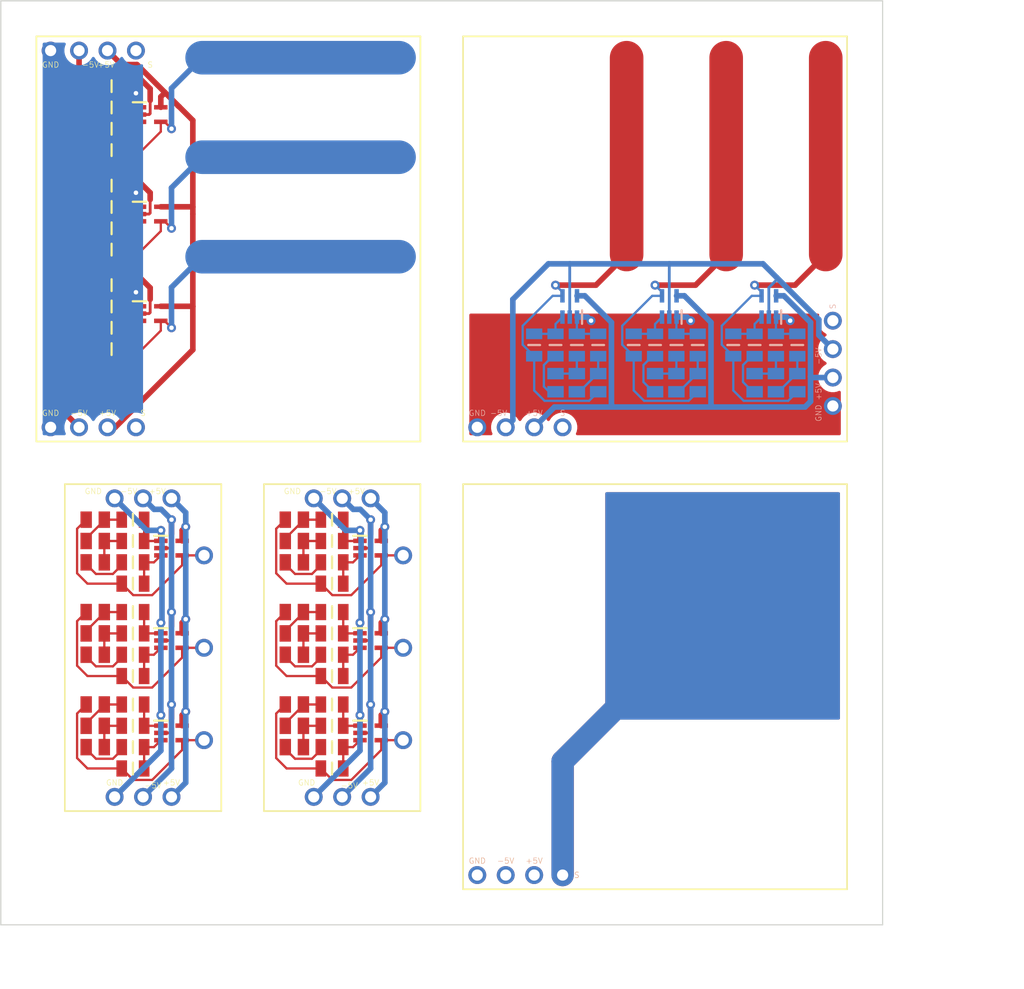
<source format=kicad_pcb>
(kicad_pcb (version 20171130) (host pcbnew "(5.1.7)-1")
  (layers (0 F.Cu signal) (31 B.Cu signal) (34 B.Paste user) (35 F.Paste user) (36 B.SilkS user) (37 F.SilkS user) (38 B.Mask user) (39 F.Mask user) (44 Edge.Cuts user))
  (net 0 "")
  (net 1 "Net-(C1-Pad2)")
  (net 2 "Net-(C1-Pad1)")
  (net 3 "Net-(C4-Pad2)")
  (net 4 "Net-(C7-Pad2)")
  (net 5 +5V)
  (net 6 "Net-(IC1-Pad3)")
  (net 7 -5V)
  (net 8 GND)
  (module SamacSys_Parts_ye:RESC2012X50N (layer F.Cu) (at 115.3 113.665 180)
    (fp_text reference R1 hide)
    (fp_text value RC0201FR-07261RL hide)
    (pad 2 smd rect (at 1 0 180) (size 0.95 1.45) (layers F.Cu F.Paste F.Mask) (net 1 "Net-(C1-Pad2)"))
    (pad 1 smd rect (at -1 0 180) (size 0.95 1.45) (layers F.Cu F.Paste F.Mask) (net 8 GND))
  )
  (module SamacSys_Parts_ye:RESC2012X50N (layer F.Cu) (at 115.3 117.475)
    (fp_text reference R7 hide)
    (fp_text value RC0201FR-07261RL hide)
    (pad 2 smd rect (at 1 0) (size 0.95 1.45) (layers F.Cu F.Paste F.Mask) (net 6 "Net-(IC1-Pad3)"))
    (pad 1 smd rect (at -1 0) (size 0.95 1.45) (layers F.Cu F.Paste F.Mask) (net 4 "Net-(C7-Pad2)"))
  )
  (module SamacSys_Parts:SOT65P210X110-5N (layer F.Cu) (at 118.745 116.205)
    (fp_text reference IC1 hide)
    (fp_text value LPV321M7_NOPB hide)
    (pad 5 smd rect (at 0.95 -0.65 90) (size 0.4 1.2) (layers F.Cu F.Paste F.Mask) (net 5 +5V))
    (pad 4 smd rect (at 0.95 0.65 90) (size 0.4 1.2) (layers F.Cu F.Paste F.Mask) (net 2 "Net-(C1-Pad1)"))
    (pad 3 smd rect (at -0.95 0.65 90) (size 0.4 1.2) (layers F.Cu F.Paste F.Mask) (net 6 "Net-(IC1-Pad3)"))
    (pad 2 smd rect (at -0.95 0 90) (size 0.4 1.2) (layers F.Cu F.Paste F.Mask) (net 7 -5V))
    (pad 1 smd rect (at -0.95 -0.65 90) (size 0.4 1.2) (layers F.Cu F.Paste F.Mask) (net 8 GND))
  )
  (module SamacSys_Parts_ye:CAPC2012X94N (layer F.Cu) (at 111.935 113.665)
    (fp_text reference C1 hide)
    (fp_text value GRM022R61A104ME01L hide)
    (pad 2 smd rect (at 0.81 0) (size 1.02 1.47) (layers F.Cu F.Paste F.Mask) (net 1 "Net-(C1-Pad2)"))
    (pad 1 smd rect (at -0.81 0) (size 1.02 1.47) (layers F.Cu F.Paste F.Mask) (net 2 "Net-(C1-Pad1)"))
  )
  (module SamacSys_Parts_ye:CAPC2012X94N (layer F.Cu) (at 111.935 100.965 180)
    (fp_text reference C7 hide)
    (fp_text value GRM022R61A104ME01L hide)
    (pad 2 smd rect (at 0.81 0 180) (size 1.02 1.47) (layers F.Cu F.Paste F.Mask) (net 4 "Net-(C7-Pad2)"))
    (pad 1 smd rect (at -0.81 0 180) (size 1.02 1.47) (layers F.Cu F.Paste F.Mask) (net 3 "Net-(C4-Pad2)"))
  )
  (module SamacSys_Parts_ye:RESC2012X50N (layer F.Cu) (at 115.3 99.06 180)
    (fp_text reference R4 hide)
    (fp_text value RC0201FR-07261RL hide)
    (pad 2 smd rect (at 1 0 180) (size 0.95 1.45) (layers F.Cu F.Paste F.Mask) (net 3 "Net-(C4-Pad2)"))
    (pad 1 smd rect (at -1 0 180) (size 0.95 1.45) (layers F.Cu F.Paste F.Mask) (net 8 GND))
  )
  (module SamacSys_Parts_ye:RESC2012X50N (layer F.Cu) (at 115.3 105.41 180)
    (fp_text reference R1 hide)
    (fp_text value RC0201FR-07261RL hide)
    (pad 1 smd rect (at -1 0 180) (size 0.95 1.45) (layers F.Cu F.Paste F.Mask) (net 8 GND))
    (pad 2 smd rect (at 1 0 180) (size 0.95 1.45) (layers F.Cu F.Paste F.Mask) (net 1 "Net-(C1-Pad2)"))
  )
  (module SamacSys_Parts_ye:RESC2012X50N (layer F.Cu) (at 115.3 109.22)
    (fp_text reference R7 hide)
    (fp_text value RC0201FR-07261RL hide)
    (pad 1 smd rect (at -1 0) (size 0.95 1.45) (layers F.Cu F.Paste F.Mask) (net 4 "Net-(C7-Pad2)"))
    (pad 2 smd rect (at 1 0) (size 0.95 1.45) (layers F.Cu F.Paste F.Mask) (net 6 "Net-(IC1-Pad3)"))
  )
  (module SamacSys_Parts_ye:RESC2012X50N (layer F.Cu) (at 115.3 107.315 180)
    (fp_text reference R4 hide)
    (fp_text value RC0201FR-07261RL hide)
    (pad 1 smd rect (at -1 0 180) (size 0.95 1.45) (layers F.Cu F.Paste F.Mask) (net 8 GND))
    (pad 2 smd rect (at 1 0 180) (size 0.95 1.45) (layers F.Cu F.Paste F.Mask) (net 3 "Net-(C4-Pad2)"))
  )
  (module SamacSys_Parts_ye:RESC2012X50N (layer F.Cu) (at 115.3 100.965)
    (fp_text reference R7 hide)
    (fp_text value RC0201FR-07261RL hide)
    (pad 2 smd rect (at 1 0) (size 0.95 1.45) (layers F.Cu F.Paste F.Mask) (net 6 "Net-(IC1-Pad3)"))
    (pad 1 smd rect (at -1 0) (size 0.95 1.45) (layers F.Cu F.Paste F.Mask) (net 4 "Net-(C7-Pad2)"))
  )
  (module SamacSys_Parts:SOT65P210X110-5N (layer F.Cu) (at 118.745 99.695)
    (fp_text reference IC1 hide)
    (fp_text value LPV321M7_NOPB hide)
    (pad 5 smd rect (at 0.95 -0.65 90) (size 0.4 1.2) (layers F.Cu F.Paste F.Mask) (net 5 +5V))
    (pad 4 smd rect (at 0.95 0.65 90) (size 0.4 1.2) (layers F.Cu F.Paste F.Mask) (net 2 "Net-(C1-Pad1)"))
    (pad 3 smd rect (at -0.95 0.65 90) (size 0.4 1.2) (layers F.Cu F.Paste F.Mask) (net 6 "Net-(IC1-Pad3)"))
    (pad 2 smd rect (at -0.95 0 90) (size 0.4 1.2) (layers F.Cu F.Paste F.Mask) (net 7 -5V))
    (pad 1 smd rect (at -0.95 -0.65 90) (size 0.4 1.2) (layers F.Cu F.Paste F.Mask) (net 8 GND))
  )
  (module SamacSys_Parts_ye:CAPC2012X94N (layer F.Cu) (at 111.935 97.155)
    (fp_text reference C1 hide)
    (fp_text value GRM022R61A104ME01L hide)
    (pad 2 smd rect (at 0.81 0) (size 1.02 1.47) (layers F.Cu F.Paste F.Mask) (net 1 "Net-(C1-Pad2)"))
    (pad 1 smd rect (at -0.81 0) (size 1.02 1.47) (layers F.Cu F.Paste F.Mask) (net 2 "Net-(C1-Pad1)"))
  )
  (module SamacSys_Parts_ye:CAPC2012X94N (layer F.Cu) (at 111.935 99.06)
    (fp_text reference C4 hide)
    (fp_text value GRM022R61A104ME01L hide)
    (pad 2 smd rect (at 0.81 0) (size 1.02 1.47) (layers F.Cu F.Paste F.Mask) (net 3 "Net-(C4-Pad2)"))
    (pad 1 smd rect (at -0.81 0) (size 1.02 1.47) (layers F.Cu F.Paste F.Mask) (net 1 "Net-(C1-Pad2)"))
  )
  (module SamacSys_Parts:SOT65P210X110-5N (layer F.Cu) (at 118.745 107.95)
    (fp_text reference IC1 hide)
    (fp_text value LPV321M7_NOPB hide)
    (pad 1 smd rect (at -0.95 -0.65 90) (size 0.4 1.2) (layers F.Cu F.Paste F.Mask) (net 8 GND))
    (pad 2 smd rect (at -0.95 0 90) (size 0.4 1.2) (layers F.Cu F.Paste F.Mask) (net 7 -5V))
    (pad 3 smd rect (at -0.95 0.65 90) (size 0.4 1.2) (layers F.Cu F.Paste F.Mask) (net 6 "Net-(IC1-Pad3)"))
    (pad 4 smd rect (at 0.95 0.65 90) (size 0.4 1.2) (layers F.Cu F.Paste F.Mask) (net 2 "Net-(C1-Pad1)"))
    (pad 5 smd rect (at 0.95 -0.65 90) (size 0.4 1.2) (layers F.Cu F.Paste F.Mask) (net 5 +5V))
  )
  (module SamacSys_Parts_ye:CAPC2012X94N (layer F.Cu) (at 111.935 105.41)
    (fp_text reference C1 hide)
    (fp_text value GRM022R61A104ME01L hide)
    (pad 1 smd rect (at -0.81 0) (size 1.02 1.47) (layers F.Cu F.Paste F.Mask) (net 2 "Net-(C1-Pad1)"))
    (pad 2 smd rect (at 0.81 0) (size 1.02 1.47) (layers F.Cu F.Paste F.Mask) (net 1 "Net-(C1-Pad2)"))
  )
  (module SamacSys_Parts_ye:RESC2012X50N (layer F.Cu) (at 115.3 111.125 180)
    (fp_text reference R10 hide)
    (fp_text value RC0201FR-077K68L hide)
    (pad 1 smd rect (at -1 0 180) (size 0.95 1.45) (layers F.Cu F.Paste F.Mask) (net 6 "Net-(IC1-Pad3)"))
    (pad 2 smd rect (at 1 0 180) (size 0.95 1.45) (layers F.Cu F.Paste F.Mask) (net 2 "Net-(C1-Pad1)"))
  )
  (module SamacSys_Parts_ye:CAPC2012X94N (layer F.Cu) (at 111.935 109.22 180)
    (fp_text reference C7 hide)
    (fp_text value GRM022R61A104ME01L hide)
    (pad 1 smd rect (at -0.81 0 180) (size 1.02 1.47) (layers F.Cu F.Paste F.Mask) (net 3 "Net-(C4-Pad2)"))
    (pad 2 smd rect (at 0.81 0 180) (size 1.02 1.47) (layers F.Cu F.Paste F.Mask) (net 4 "Net-(C7-Pad2)"))
  )
  (module SamacSys_Parts_ye:RESC2012X50N (layer F.Cu) (at 115.3 102.87 180)
    (fp_text reference R10 hide)
    (fp_text value RC0201FR-077K68L hide)
    (pad 2 smd rect (at 1 0 180) (size 0.95 1.45) (layers F.Cu F.Paste F.Mask) (net 2 "Net-(C1-Pad1)"))
    (pad 1 smd rect (at -1 0 180) (size 0.95 1.45) (layers F.Cu F.Paste F.Mask) (net 6 "Net-(IC1-Pad3)"))
  )
  (module SamacSys_Parts_ye:CAPC2012X94N (layer F.Cu) (at 111.935 115.57)
    (fp_text reference C4 hide)
    (fp_text value GRM022R61A104ME01L hide)
    (pad 2 smd rect (at 0.81 0) (size 1.02 1.47) (layers F.Cu F.Paste F.Mask) (net 3 "Net-(C4-Pad2)"))
    (pad 1 smd rect (at -0.81 0) (size 1.02 1.47) (layers F.Cu F.Paste F.Mask) (net 1 "Net-(C1-Pad2)"))
  )
  (module SamacSys_Parts_ye:RESC2012X50N (layer F.Cu) (at 115.3 115.57 180)
    (fp_text reference R4 hide)
    (fp_text value RC0201FR-07261RL hide)
    (pad 2 smd rect (at 1 0 180) (size 0.95 1.45) (layers F.Cu F.Paste F.Mask) (net 3 "Net-(C4-Pad2)"))
    (pad 1 smd rect (at -1 0 180) (size 0.95 1.45) (layers F.Cu F.Paste F.Mask) (net 8 GND))
  )
  (module SamacSys_Parts_ye:RESC2012X50N (layer F.Cu) (at 115.3 119.38 180)
    (fp_text reference R10 hide)
    (fp_text value RC0201FR-077K68L hide)
    (pad 2 smd rect (at 1 0 180) (size 0.95 1.45) (layers F.Cu F.Paste F.Mask) (net 2 "Net-(C1-Pad1)"))
    (pad 1 smd rect (at -1 0 180) (size 0.95 1.45) (layers F.Cu F.Paste F.Mask) (net 6 "Net-(IC1-Pad3)"))
  )
  (module SamacSys_Parts_ye:CAPC2012X94N (layer F.Cu) (at 111.935 117.475 180)
    (fp_text reference C7 hide)
    (fp_text value GRM022R61A104ME01L hide)
    (pad 2 smd rect (at 0.81 0 180) (size 1.02 1.47) (layers F.Cu F.Paste F.Mask) (net 4 "Net-(C7-Pad2)"))
    (pad 1 smd rect (at -0.81 0 180) (size 1.02 1.47) (layers F.Cu F.Paste F.Mask) (net 3 "Net-(C4-Pad2)"))
  )
  (module SamacSys_Parts_ye:RESC2012X50N (layer F.Cu) (at 115.3 97.155 180)
    (fp_text reference R1 hide)
    (fp_text value RC0201FR-07261RL hide)
    (pad 2 smd rect (at 1 0 180) (size 0.95 1.45) (layers F.Cu F.Paste F.Mask) (net 1 "Net-(C1-Pad2)"))
    (pad 1 smd rect (at -1 0 180) (size 0.95 1.45) (layers F.Cu F.Paste F.Mask) (net 8 GND))
  )
  (module SamacSys_Parts_ye:CAPC2012X94N (layer F.Cu) (at 111.935 107.315)
    (fp_text reference C4 hide)
    (fp_text value GRM022R61A104ME01L hide)
    (pad 1 smd rect (at -0.81 0) (size 1.02 1.47) (layers F.Cu F.Paste F.Mask) (net 1 "Net-(C1-Pad2)"))
    (pad 2 smd rect (at 0.81 0) (size 1.02 1.47) (layers F.Cu F.Paste F.Mask) (net 3 "Net-(C4-Pad2)"))
  )
  (module SamacSys_Parts_ye:RESC2012X50N (layer F.Cu) (at 97.52 97.155 180)
    (fp_text reference R1 hide)
    (fp_text value RC0201FR-07261RL hide)
    (pad 1 smd rect (at -1 0 180) (size 0.95 1.45) (layers F.Cu F.Paste F.Mask) (net 8 GND))
    (pad 2 smd rect (at 1 0 180) (size 0.95 1.45) (layers F.Cu F.Paste F.Mask) (net 1 "Net-(C1-Pad2)"))
  )
  (module SamacSys_Parts_ye:RESC2012X50N (layer F.Cu) (at 97.52 100.965)
    (fp_text reference R7 hide)
    (fp_text value RC0201FR-07261RL hide)
    (pad 1 smd rect (at -1 0) (size 0.95 1.45) (layers F.Cu F.Paste F.Mask) (net 4 "Net-(C7-Pad2)"))
    (pad 2 smd rect (at 1 0) (size 0.95 1.45) (layers F.Cu F.Paste F.Mask) (net 6 "Net-(IC1-Pad3)"))
  )
  (module SamacSys_Parts_ye:RESC2012X50N (layer F.Cu) (at 97.52 99.06 180)
    (fp_text reference R4 hide)
    (fp_text value RC0201FR-07261RL hide)
    (pad 1 smd rect (at -1 0 180) (size 0.95 1.45) (layers F.Cu F.Paste F.Mask) (net 8 GND))
    (pad 2 smd rect (at 1 0 180) (size 0.95 1.45) (layers F.Cu F.Paste F.Mask) (net 3 "Net-(C4-Pad2)"))
  )
  (module SamacSys_Parts:SOT65P210X110-5N (layer F.Cu) (at 100.965 99.695)
    (fp_text reference IC1 hide)
    (fp_text value LPV321M7_NOPB hide)
    (pad 1 smd rect (at -0.95 -0.65 90) (size 0.4 1.2) (layers F.Cu F.Paste F.Mask) (net 8 GND))
    (pad 2 smd rect (at -0.95 0 90) (size 0.4 1.2) (layers F.Cu F.Paste F.Mask) (net 7 -5V))
    (pad 3 smd rect (at -0.95 0.65 90) (size 0.4 1.2) (layers F.Cu F.Paste F.Mask) (net 6 "Net-(IC1-Pad3)"))
    (pad 4 smd rect (at 0.95 0.65 90) (size 0.4 1.2) (layers F.Cu F.Paste F.Mask) (net 2 "Net-(C1-Pad1)"))
    (pad 5 smd rect (at 0.95 -0.65 90) (size 0.4 1.2) (layers F.Cu F.Paste F.Mask) (net 5 +5V))
  )
  (module SamacSys_Parts_ye:CAPC2012X94N (layer F.Cu) (at 94.155 97.155)
    (fp_text reference C1 hide)
    (fp_text value GRM022R61A104ME01L hide)
    (pad 1 smd rect (at -0.81 0) (size 1.02 1.47) (layers F.Cu F.Paste F.Mask) (net 2 "Net-(C1-Pad1)"))
    (pad 2 smd rect (at 0.81 0) (size 1.02 1.47) (layers F.Cu F.Paste F.Mask) (net 1 "Net-(C1-Pad2)"))
  )
  (module SamacSys_Parts_ye:RESC2012X50N (layer F.Cu) (at 97.52 102.87 180)
    (fp_text reference R10 hide)
    (fp_text value RC0201FR-077K68L hide)
    (pad 1 smd rect (at -1 0 180) (size 0.95 1.45) (layers F.Cu F.Paste F.Mask) (net 6 "Net-(IC1-Pad3)"))
    (pad 2 smd rect (at 1 0 180) (size 0.95 1.45) (layers F.Cu F.Paste F.Mask) (net 2 "Net-(C1-Pad1)"))
  )
  (module SamacSys_Parts_ye:CAPC2012X94N (layer F.Cu) (at 94.155 100.965 180)
    (fp_text reference C7 hide)
    (fp_text value GRM022R61A104ME01L hide)
    (pad 1 smd rect (at -0.81 0 180) (size 1.02 1.47) (layers F.Cu F.Paste F.Mask) (net 3 "Net-(C4-Pad2)"))
    (pad 2 smd rect (at 0.81 0 180) (size 1.02 1.47) (layers F.Cu F.Paste F.Mask) (net 4 "Net-(C7-Pad2)"))
  )
  (module SamacSys_Parts_ye:CAPC2012X94N (layer F.Cu) (at 94.155 99.06)
    (fp_text reference C4 hide)
    (fp_text value GRM022R61A104ME01L hide)
    (pad 1 smd rect (at -0.81 0) (size 1.02 1.47) (layers F.Cu F.Paste F.Mask) (net 1 "Net-(C1-Pad2)"))
    (pad 2 smd rect (at 0.81 0) (size 1.02 1.47) (layers F.Cu F.Paste F.Mask) (net 3 "Net-(C4-Pad2)"))
  )
  (module SamacSys_Parts_ye:RESC2012X50N (layer F.Cu) (at 97.52 105.41 180)
    (fp_text reference R1 hide)
    (fp_text value RC0201FR-07261RL hide)
    (pad 2 smd rect (at 1 0 180) (size 0.95 1.45) (layers F.Cu F.Paste F.Mask) (net 1 "Net-(C1-Pad2)"))
    (pad 1 smd rect (at -1 0 180) (size 0.95 1.45) (layers F.Cu F.Paste F.Mask) (net 8 GND))
  )
  (module SamacSys_Parts_ye:RESC2012X50N (layer F.Cu) (at 97.52 109.22)
    (fp_text reference R7 hide)
    (fp_text value RC0201FR-07261RL hide)
    (pad 2 smd rect (at 1 0) (size 0.95 1.45) (layers F.Cu F.Paste F.Mask) (net 6 "Net-(IC1-Pad3)"))
    (pad 1 smd rect (at -1 0) (size 0.95 1.45) (layers F.Cu F.Paste F.Mask) (net 4 "Net-(C7-Pad2)"))
  )
  (module SamacSys_Parts:SOT65P210X110-5N (layer F.Cu) (at 100.965 107.95)
    (fp_text reference IC1 hide)
    (fp_text value LPV321M7_NOPB hide)
    (pad 5 smd rect (at 0.95 -0.65 90) (size 0.4 1.2) (layers F.Cu F.Paste F.Mask) (net 5 +5V))
    (pad 4 smd rect (at 0.95 0.65 90) (size 0.4 1.2) (layers F.Cu F.Paste F.Mask) (net 2 "Net-(C1-Pad1)"))
    (pad 3 smd rect (at -0.95 0.65 90) (size 0.4 1.2) (layers F.Cu F.Paste F.Mask) (net 6 "Net-(IC1-Pad3)"))
    (pad 2 smd rect (at -0.95 0 90) (size 0.4 1.2) (layers F.Cu F.Paste F.Mask) (net 7 -5V))
    (pad 1 smd rect (at -0.95 -0.65 90) (size 0.4 1.2) (layers F.Cu F.Paste F.Mask) (net 8 GND))
  )
  (module SamacSys_Parts_ye:CAPC2012X94N (layer F.Cu) (at 94.155 105.41)
    (fp_text reference C1 hide)
    (fp_text value GRM022R61A104ME01L hide)
    (pad 1 smd rect (at -0.81 0) (size 1.02 1.47) (layers F.Cu F.Paste F.Mask) (net 2 "Net-(C1-Pad1)"))
    (pad 2 smd rect (at 0.81 0) (size 1.02 1.47) (layers F.Cu F.Paste F.Mask) (net 1 "Net-(C1-Pad2)"))
  )
  (module SamacSys_Parts_ye:CAPC2012X94N (layer F.Cu) (at 94.155 107.315)
    (fp_text reference C4 hide)
    (fp_text value GRM022R61A104ME01L hide)
    (pad 2 smd rect (at 0.81 0) (size 1.02 1.47) (layers F.Cu F.Paste F.Mask) (net 3 "Net-(C4-Pad2)"))
    (pad 1 smd rect (at -0.81 0) (size 1.02 1.47) (layers F.Cu F.Paste F.Mask) (net 1 "Net-(C1-Pad2)"))
  )
  (module SamacSys_Parts_ye:RESC2012X50N (layer F.Cu) (at 97.52 107.315 180)
    (fp_text reference R4 hide)
    (fp_text value RC0201FR-07261RL hide)
    (pad 2 smd rect (at 1 0 180) (size 0.95 1.45) (layers F.Cu F.Paste F.Mask) (net 3 "Net-(C4-Pad2)"))
    (pad 1 smd rect (at -1 0 180) (size 0.95 1.45) (layers F.Cu F.Paste F.Mask) (net 8 GND))
  )
  (module SamacSys_Parts_ye:RESC2012X50N (layer F.Cu) (at 97.52 111.125 180)
    (fp_text reference R10 hide)
    (fp_text value RC0201FR-077K68L hide)
    (pad 2 smd rect (at 1 0 180) (size 0.95 1.45) (layers F.Cu F.Paste F.Mask) (net 2 "Net-(C1-Pad1)"))
    (pad 1 smd rect (at -1 0 180) (size 0.95 1.45) (layers F.Cu F.Paste F.Mask) (net 6 "Net-(IC1-Pad3)"))
  )
  (module SamacSys_Parts_ye:CAPC2012X94N (layer F.Cu) (at 94.155 109.22 180)
    (fp_text reference C7 hide)
    (fp_text value GRM022R61A104ME01L hide)
    (pad 2 smd rect (at 0.81 0 180) (size 1.02 1.47) (layers F.Cu F.Paste F.Mask) (net 4 "Net-(C7-Pad2)"))
    (pad 1 smd rect (at -0.81 0 180) (size 1.02 1.47) (layers F.Cu F.Paste F.Mask) (net 3 "Net-(C4-Pad2)"))
  )
  (module SamacSys_Parts_ye:RESC2012X50N (layer F.Cu) (at 97.52 115.57 180)
    (fp_text reference R4 hide)
    (fp_text value RC0201FR-07261RL hide)
    (pad 1 smd rect (at -1 0 180) (size 0.95 1.45) (layers F.Cu F.Paste F.Mask) (net 8 GND))
    (pad 2 smd rect (at 1 0 180) (size 0.95 1.45) (layers F.Cu F.Paste F.Mask) (net 3 "Net-(C4-Pad2)"))
  )
  (module SamacSys_Parts_ye:CAPC2012X94N (layer F.Cu) (at 94.155 115.57)
    (fp_text reference C4 hide)
    (fp_text value GRM022R61A104ME01L hide)
    (pad 1 smd rect (at -0.81 0) (size 1.02 1.47) (layers F.Cu F.Paste F.Mask) (net 1 "Net-(C1-Pad2)"))
    (pad 2 smd rect (at 0.81 0) (size 1.02 1.47) (layers F.Cu F.Paste F.Mask) (net 3 "Net-(C4-Pad2)"))
  )
  (module SamacSys_Parts_ye:RESC2012X50N (layer F.Cu) (at 97.52 113.665 180)
    (fp_text reference R1 hide)
    (fp_text value RC0201FR-07261RL hide)
    (pad 1 smd rect (at -1 0 180) (size 0.95 1.45) (layers F.Cu F.Paste F.Mask) (net 8 GND))
    (pad 2 smd rect (at 1 0 180) (size 0.95 1.45) (layers F.Cu F.Paste F.Mask) (net 1 "Net-(C1-Pad2)"))
  )
  (module SamacSys_Parts_ye:RESC2012X50N (layer F.Cu) (at 97.52 119.38 180)
    (fp_text reference R10 hide)
    (fp_text value RC0201FR-077K68L hide)
    (pad 1 smd rect (at -1 0 180) (size 0.95 1.45) (layers F.Cu F.Paste F.Mask) (net 6 "Net-(IC1-Pad3)"))
    (pad 2 smd rect (at 1 0 180) (size 0.95 1.45) (layers F.Cu F.Paste F.Mask) (net 2 "Net-(C1-Pad1)"))
  )
  (module SamacSys_Parts_ye:RESC2012X50N (layer F.Cu) (at 97.52 117.475)
    (fp_text reference R7 hide)
    (fp_text value RC0201FR-07261RL hide)
    (pad 1 smd rect (at -1 0) (size 0.95 1.45) (layers F.Cu F.Paste F.Mask) (net 4 "Net-(C7-Pad2)"))
    (pad 2 smd rect (at 1 0) (size 0.95 1.45) (layers F.Cu F.Paste F.Mask) (net 6 "Net-(IC1-Pad3)"))
  )
  (module SamacSys_Parts_ye:CAPC2012X94N (layer F.Cu) (at 94.155 117.475 180)
    (fp_text reference C7 hide)
    (fp_text value GRM022R61A104ME01L hide)
    (pad 1 smd rect (at -0.81 0 180) (size 1.02 1.47) (layers F.Cu F.Paste F.Mask) (net 3 "Net-(C4-Pad2)"))
    (pad 2 smd rect (at 0.81 0 180) (size 1.02 1.47) (layers F.Cu F.Paste F.Mask) (net 4 "Net-(C7-Pad2)"))
  )
  (module SamacSys_Parts:SOT65P210X110-5N (layer F.Cu) (at 100.965 116.205)
    (fp_text reference IC1 hide)
    (fp_text value LPV321M7_NOPB hide)
    (pad 1 smd rect (at -0.95 -0.65 90) (size 0.4 1.2) (layers F.Cu F.Paste F.Mask) (net 8 GND))
    (pad 2 smd rect (at -0.95 0 90) (size 0.4 1.2) (layers F.Cu F.Paste F.Mask) (net 7 -5V))
    (pad 3 smd rect (at -0.95 0.65 90) (size 0.4 1.2) (layers F.Cu F.Paste F.Mask) (net 6 "Net-(IC1-Pad3)"))
    (pad 4 smd rect (at 0.95 0.65 90) (size 0.4 1.2) (layers F.Cu F.Paste F.Mask) (net 2 "Net-(C1-Pad1)"))
    (pad 5 smd rect (at 0.95 -0.65 90) (size 0.4 1.2) (layers F.Cu F.Paste F.Mask) (net 5 +5V))
  )
  (module SamacSys_Parts_ye:CAPC2012X94N (layer F.Cu) (at 94.155 113.665)
    (fp_text reference C1 hide)
    (fp_text value GRM022R61A104ME01L hide)
    (pad 1 smd rect (at -0.81 0) (size 1.02 1.47) (layers F.Cu F.Paste F.Mask) (net 2 "Net-(C1-Pad1)"))
    (pad 2 smd rect (at 0.81 0) (size 1.02 1.47) (layers F.Cu F.Paste F.Mask) (net 1 "Net-(C1-Pad2)"))
  )
  (module SamacSys_Parts_ye:CAPC2012X94N (layer B.Cu) (at 156.845 84.915 90)
    (fp_text reference C1 hide)
    (fp_text value GRM022R61A104ME01L hide)
    (pad 1 smd rect (at -0.81 0 90) (size 1.02 1.47) (layers B.Cu B.Paste B.Mask) (net 2 "Net-(C1-Pad1)"))
    (pad 2 smd rect (at 0.81 0 90) (size 1.02 1.47) (layers B.Cu B.Paste B.Mask) (net 1 "Net-(C1-Pad2)"))
  )
  (module SamacSys_Parts_ye:RESC2012X50N (layer B.Cu) (at 137.16 81.55 270)
    (fp_text reference R4 hide)
    (fp_text value RC0201FR-07261RL hide)
    (pad 1 smd rect (at -1 0 270) (size 0.95 1.45) (layers B.Cu B.Paste B.Mask) (net 8 GND))
    (pad 2 smd rect (at 1 0 270) (size 0.95 1.45) (layers B.Cu B.Paste B.Mask) (net 3 "Net-(C4-Pad2)"))
  )
  (module SamacSys_Parts_ye:CAPC2012X94N (layer B.Cu) (at 137.16 84.915 90)
    (fp_text reference C4 hide)
    (fp_text value GRM022R61A104ME01L hide)
    (pad 1 smd rect (at -0.81 0 90) (size 1.02 1.47) (layers B.Cu B.Paste B.Mask) (net 1 "Net-(C1-Pad2)"))
    (pad 2 smd rect (at 0.81 0 90) (size 1.02 1.47) (layers B.Cu B.Paste B.Mask) (net 3 "Net-(C4-Pad2)"))
  )
  (module SamacSys_Parts_ye:RESC2012X50N (layer B.Cu) (at 139.065 81.55 270)
    (fp_text reference R1 hide)
    (fp_text value RC0201FR-07261RL hide)
    (pad 1 smd rect (at -1 0 270) (size 0.95 1.45) (layers B.Cu B.Paste B.Mask) (net 8 GND))
    (pad 2 smd rect (at 1 0 270) (size 0.95 1.45) (layers B.Cu B.Paste B.Mask) (net 1 "Net-(C1-Pad2)"))
  )
  (module SamacSys_Parts_ye:RESC2012X50N (layer B.Cu) (at 133.35 81.55 270)
    (fp_text reference R10 hide)
    (fp_text value RC0201FR-077K68L hide)
    (pad 1 smd rect (at -1 0 270) (size 0.95 1.45) (layers B.Cu B.Paste B.Mask) (net 6 "Net-(IC1-Pad3)"))
    (pad 2 smd rect (at 1 0 270) (size 0.95 1.45) (layers B.Cu B.Paste B.Mask) (net 2 "Net-(C1-Pad1)"))
  )
  (module SamacSys_Parts_ye:RESC2012X50N (layer B.Cu) (at 135.255 81.55 90)
    (fp_text reference R7 hide)
    (fp_text value RC0201FR-07261RL hide)
    (pad 1 smd rect (at -1 0 90) (size 0.95 1.45) (layers B.Cu B.Paste B.Mask) (net 4 "Net-(C7-Pad2)"))
    (pad 2 smd rect (at 1 0 90) (size 0.95 1.45) (layers B.Cu B.Paste B.Mask) (net 6 "Net-(IC1-Pad3)"))
  )
  (module SamacSys_Parts_ye:CAPC2012X94N (layer B.Cu) (at 135.255 84.915 270)
    (fp_text reference C7 hide)
    (fp_text value GRM022R61A104ME01L hide)
    (pad 1 smd rect (at -0.81 0 270) (size 1.02 1.47) (layers B.Cu B.Paste B.Mask) (net 3 "Net-(C4-Pad2)"))
    (pad 2 smd rect (at 0.81 0 270) (size 1.02 1.47) (layers B.Cu B.Paste B.Mask) (net 4 "Net-(C7-Pad2)"))
  )
  (module SamacSys_Parts:SOT65P210X110-5N (layer B.Cu) (at 136.525 78.105 90)
    (fp_text reference IC1 hide)
    (fp_text value LPV321M7_NOPB hide)
    (pad 1 smd rect (at -0.95 0.65) (size 0.4 1.2) (layers B.Cu B.Paste B.Mask) (net 8 GND))
    (pad 2 smd rect (at -0.95 0) (size 0.4 1.2) (layers B.Cu B.Paste B.Mask) (net 7 -5V))
    (pad 3 smd rect (at -0.95 -0.65) (size 0.4 1.2) (layers B.Cu B.Paste B.Mask) (net 6 "Net-(IC1-Pad3)"))
    (pad 4 smd rect (at 0.95 -0.65) (size 0.4 1.2) (layers B.Cu B.Paste B.Mask) (net 2 "Net-(C1-Pad1)"))
    (pad 5 smd rect (at 0.95 0.65) (size 0.4 1.2) (layers B.Cu B.Paste B.Mask) (net 5 +5V))
  )
  (module SamacSys_Parts_ye:CAPC2012X94N (layer B.Cu) (at 139.065 84.915 90)
    (fp_text reference C1 hide)
    (fp_text value GRM022R61A104ME01L hide)
    (pad 1 smd rect (at -0.81 0 90) (size 1.02 1.47) (layers B.Cu B.Paste B.Mask) (net 2 "Net-(C1-Pad1)"))
    (pad 2 smd rect (at 0.81 0 90) (size 1.02 1.47) (layers B.Cu B.Paste B.Mask) (net 1 "Net-(C1-Pad2)"))
  )
  (module SamacSys_Parts_ye:RESC2012X50N (layer B.Cu) (at 146.05 81.55 270)
    (fp_text reference R4 hide)
    (fp_text value RC0201FR-07261RL hide)
    (pad 2 smd rect (at 1 0 270) (size 0.95 1.45) (layers B.Cu B.Paste B.Mask) (net 3 "Net-(C4-Pad2)"))
    (pad 1 smd rect (at -1 0 270) (size 0.95 1.45) (layers B.Cu B.Paste B.Mask) (net 8 GND))
  )
  (module SamacSys_Parts_ye:RESC2012X50N (layer B.Cu) (at 142.24 81.55 270)
    (fp_text reference R10 hide)
    (fp_text value RC0201FR-077K68L hide)
    (pad 2 smd rect (at 1 0 270) (size 0.95 1.45) (layers B.Cu B.Paste B.Mask) (net 2 "Net-(C1-Pad1)"))
    (pad 1 smd rect (at -1 0 270) (size 0.95 1.45) (layers B.Cu B.Paste B.Mask) (net 6 "Net-(IC1-Pad3)"))
  )
  (module SamacSys_Parts_ye:CAPC2012X94N (layer B.Cu) (at 146.05 84.915 90)
    (fp_text reference C4 hide)
    (fp_text value GRM022R61A104ME01L hide)
    (pad 2 smd rect (at 0.81 0 90) (size 1.02 1.47) (layers B.Cu B.Paste B.Mask) (net 3 "Net-(C4-Pad2)"))
    (pad 1 smd rect (at -0.81 0 90) (size 1.02 1.47) (layers B.Cu B.Paste B.Mask) (net 1 "Net-(C1-Pad2)"))
  )
  (module SamacSys_Parts_ye:RESC2012X50N (layer B.Cu) (at 144.145 81.55 90)
    (fp_text reference R7 hide)
    (fp_text value RC0201FR-07261RL hide)
    (pad 2 smd rect (at 1 0 90) (size 0.95 1.45) (layers B.Cu B.Paste B.Mask) (net 6 "Net-(IC1-Pad3)"))
    (pad 1 smd rect (at -1 0 90) (size 0.95 1.45) (layers B.Cu B.Paste B.Mask) (net 4 "Net-(C7-Pad2)"))
  )
  (module SamacSys_Parts:SOT65P210X110-5N (layer B.Cu) (at 145.415 78.105 90)
    (fp_text reference IC1 hide)
    (fp_text value LPV321M7_NOPB hide)
    (pad 5 smd rect (at 0.95 0.65) (size 0.4 1.2) (layers B.Cu B.Paste B.Mask) (net 5 +5V))
    (pad 4 smd rect (at 0.95 -0.65) (size 0.4 1.2) (layers B.Cu B.Paste B.Mask) (net 2 "Net-(C1-Pad1)"))
    (pad 3 smd rect (at -0.95 -0.65) (size 0.4 1.2) (layers B.Cu B.Paste B.Mask) (net 6 "Net-(IC1-Pad3)"))
    (pad 2 smd rect (at -0.95 0) (size 0.4 1.2) (layers B.Cu B.Paste B.Mask) (net 7 -5V))
    (pad 1 smd rect (at -0.95 0.65) (size 0.4 1.2) (layers B.Cu B.Paste B.Mask) (net 8 GND))
  )
  (module SamacSys_Parts_ye:CAPC2012X94N (layer B.Cu) (at 147.955 84.915 90)
    (fp_text reference C1 hide)
    (fp_text value GRM022R61A104ME01L hide)
    (pad 2 smd rect (at 0.81 0 90) (size 1.02 1.47) (layers B.Cu B.Paste B.Mask) (net 1 "Net-(C1-Pad2)"))
    (pad 1 smd rect (at -0.81 0 90) (size 1.02 1.47) (layers B.Cu B.Paste B.Mask) (net 2 "Net-(C1-Pad1)"))
  )
  (module SamacSys_Parts_ye:CAPC2012X94N (layer B.Cu) (at 144.145 84.915 270)
    (fp_text reference C7 hide)
    (fp_text value GRM022R61A104ME01L hide)
    (pad 2 smd rect (at 0.81 0 270) (size 1.02 1.47) (layers B.Cu B.Paste B.Mask) (net 4 "Net-(C7-Pad2)"))
    (pad 1 smd rect (at -0.81 0 270) (size 1.02 1.47) (layers B.Cu B.Paste B.Mask) (net 3 "Net-(C4-Pad2)"))
  )
  (module SamacSys_Parts_ye:RESC2012X50N (layer B.Cu) (at 147.955 81.55 270)
    (fp_text reference R1 hide)
    (fp_text value RC0201FR-07261RL hide)
    (pad 2 smd rect (at 1 0 270) (size 0.95 1.45) (layers B.Cu B.Paste B.Mask) (net 1 "Net-(C1-Pad2)"))
    (pad 1 smd rect (at -1 0 270) (size 0.95 1.45) (layers B.Cu B.Paste B.Mask) (net 8 GND))
  )
  (module SamacSys_Parts_ye:RESC2012X50N (layer B.Cu) (at 156.845 81.55 270)
    (fp_text reference R1 hide)
    (fp_text value RC0201FR-07261RL hide)
    (pad 1 smd rect (at -1 0 270) (size 0.95 1.45) (layers B.Cu B.Paste B.Mask) (net 8 GND))
    (pad 2 smd rect (at 1 0 270) (size 0.95 1.45) (layers B.Cu B.Paste B.Mask) (net 1 "Net-(C1-Pad2)"))
  )
  (module SamacSys_Parts_ye:RESC2012X50N (layer B.Cu) (at 154.94 81.55 270)
    (fp_text reference R4 hide)
    (fp_text value RC0201FR-07261RL hide)
    (pad 1 smd rect (at -1 0 270) (size 0.95 1.45) (layers B.Cu B.Paste B.Mask) (net 8 GND))
    (pad 2 smd rect (at 1 0 270) (size 0.95 1.45) (layers B.Cu B.Paste B.Mask) (net 3 "Net-(C4-Pad2)"))
  )
  (module SamacSys_Parts_ye:RESC2012X50N (layer B.Cu) (at 151.13 81.55 270)
    (fp_text reference R10 hide)
    (fp_text value RC0201FR-077K68L hide)
    (pad 1 smd rect (at -1 0 270) (size 0.95 1.45) (layers B.Cu B.Paste B.Mask) (net 6 "Net-(IC1-Pad3)"))
    (pad 2 smd rect (at 1 0 270) (size 0.95 1.45) (layers B.Cu B.Paste B.Mask) (net 2 "Net-(C1-Pad1)"))
  )
  (module SamacSys_Parts_ye:RESC2012X50N (layer B.Cu) (at 153.035 81.55 90)
    (fp_text reference R7 hide)
    (fp_text value RC0201FR-07261RL hide)
    (pad 1 smd rect (at -1 0 90) (size 0.95 1.45) (layers B.Cu B.Paste B.Mask) (net 4 "Net-(C7-Pad2)"))
    (pad 2 smd rect (at 1 0 90) (size 0.95 1.45) (layers B.Cu B.Paste B.Mask) (net 6 "Net-(IC1-Pad3)"))
  )
  (module SamacSys_Parts_ye:CAPC2012X94N (layer B.Cu) (at 154.94 84.915 90)
    (fp_text reference C4 hide)
    (fp_text value GRM022R61A104ME01L hide)
    (pad 1 smd rect (at -0.81 0 90) (size 1.02 1.47) (layers B.Cu B.Paste B.Mask) (net 1 "Net-(C1-Pad2)"))
    (pad 2 smd rect (at 0.81 0 90) (size 1.02 1.47) (layers B.Cu B.Paste B.Mask) (net 3 "Net-(C4-Pad2)"))
  )
  (module SamacSys_Parts_ye:CAPC2012X94N (layer B.Cu) (at 153.035 84.915 270)
    (fp_text reference C7 hide)
    (fp_text value GRM022R61A104ME01L hide)
    (pad 1 smd rect (at -0.81 0 270) (size 1.02 1.47) (layers B.Cu B.Paste B.Mask) (net 3 "Net-(C4-Pad2)"))
    (pad 2 smd rect (at 0.81 0 270) (size 1.02 1.47) (layers B.Cu B.Paste B.Mask) (net 4 "Net-(C7-Pad2)"))
  )
  (module SamacSys_Parts:SOT65P210X110-5N (layer B.Cu) (at 154.305 78.105 90)
    (fp_text reference IC1 hide)
    (fp_text value LPV321M7_NOPB hide)
    (pad 1 smd rect (at -0.95 0.65) (size 0.4 1.2) (layers B.Cu B.Paste B.Mask) (net 8 GND))
    (pad 2 smd rect (at -0.95 0) (size 0.4 1.2) (layers B.Cu B.Paste B.Mask) (net 7 -5V))
    (pad 3 smd rect (at -0.95 -0.65) (size 0.4 1.2) (layers B.Cu B.Paste B.Mask) (net 6 "Net-(IC1-Pad3)"))
    (pad 4 smd rect (at 0.95 -0.65) (size 0.4 1.2) (layers B.Cu B.Paste B.Mask) (net 2 "Net-(C1-Pad1)"))
    (pad 5 smd rect (at 0.95 0.65) (size 0.4 1.2) (layers B.Cu B.Paste B.Mask) (net 5 +5V))
  )
  (module SamacSys_Parts_ye:RESC2012X50N (layer F.Cu) (at 95.615 78.105 180)
    (fp_text reference R4 hide)
    (fp_text value RC0201FR-07261RL hide)
    (pad 1 smd rect (at -1 0 180) (size 0.95 1.45) (layers F.Cu F.Paste F.Mask) (net 8 GND))
    (pad 2 smd rect (at 1 0 180) (size 0.95 1.45) (layers F.Cu F.Paste F.Mask) (net 3 "Net-(C4-Pad2)"))
  )
  (module SamacSys_Parts_ye:RESC2012X50N (layer F.Cu) (at 95.615 81.915 180)
    (fp_text reference R10 hide)
    (fp_text value RC0201FR-077K68L hide)
    (pad 1 smd rect (at -1 0 180) (size 0.95 1.45) (layers F.Cu F.Paste F.Mask) (net 6 "Net-(IC1-Pad3)"))
    (pad 2 smd rect (at 1 0 180) (size 0.95 1.45) (layers F.Cu F.Paste F.Mask) (net 2 "Net-(C1-Pad1)"))
  )
  (module SamacSys_Parts_ye:CAPC2012X94N (layer F.Cu) (at 92.25 78.105)
    (fp_text reference C4 hide)
    (fp_text value GRM022R61A104ME01L hide)
    (pad 1 smd rect (at -0.81 0) (size 1.02 1.47) (layers F.Cu F.Paste F.Mask) (net 1 "Net-(C1-Pad2)"))
    (pad 2 smd rect (at 0.81 0) (size 1.02 1.47) (layers F.Cu F.Paste F.Mask) (net 3 "Net-(C4-Pad2)"))
  )
  (module SamacSys_Parts_ye:RESC2012X50N (layer F.Cu) (at 95.615 80.01)
    (fp_text reference R7 hide)
    (fp_text value RC0201FR-07261RL hide)
    (pad 1 smd rect (at -1 0) (size 0.95 1.45) (layers F.Cu F.Paste F.Mask) (net 4 "Net-(C7-Pad2)"))
    (pad 2 smd rect (at 1 0) (size 0.95 1.45) (layers F.Cu F.Paste F.Mask) (net 6 "Net-(IC1-Pad3)"))
  )
  (module SamacSys_Parts:SOT65P210X110-5N (layer F.Cu) (at 99.06 78.74)
    (fp_text reference IC1 hide)
    (fp_text value LPV321M7_NOPB hide)
    (pad 1 smd rect (at -0.95 -0.65 90) (size 0.4 1.2) (layers F.Cu F.Paste F.Mask) (net 8 GND))
    (pad 2 smd rect (at -0.95 0 90) (size 0.4 1.2) (layers F.Cu F.Paste F.Mask) (net 7 -5V))
    (pad 3 smd rect (at -0.95 0.65 90) (size 0.4 1.2) (layers F.Cu F.Paste F.Mask) (net 6 "Net-(IC1-Pad3)"))
    (pad 4 smd rect (at 0.95 0.65 90) (size 0.4 1.2) (layers F.Cu F.Paste F.Mask) (net 2 "Net-(C1-Pad1)"))
    (pad 5 smd rect (at 0.95 -0.65 90) (size 0.4 1.2) (layers F.Cu F.Paste F.Mask) (net 5 +5V))
  )
  (module SamacSys_Parts_ye:CAPC2012X94N (layer F.Cu) (at 92.25 76.2)
    (fp_text reference C1 hide)
    (fp_text value GRM022R61A104ME01L hide)
    (pad 1 smd rect (at -0.81 0) (size 1.02 1.47) (layers F.Cu F.Paste F.Mask) (net 2 "Net-(C1-Pad1)"))
    (pad 2 smd rect (at 0.81 0) (size 1.02 1.47) (layers F.Cu F.Paste F.Mask) (net 1 "Net-(C1-Pad2)"))
  )
  (module SamacSys_Parts_ye:CAPC2012X94N (layer F.Cu) (at 92.25 80.01 180)
    (fp_text reference C7 hide)
    (fp_text value GRM022R61A104ME01L hide)
    (pad 1 smd rect (at -0.81 0 180) (size 1.02 1.47) (layers F.Cu F.Paste F.Mask) (net 3 "Net-(C4-Pad2)"))
    (pad 2 smd rect (at 0.81 0 180) (size 1.02 1.47) (layers F.Cu F.Paste F.Mask) (net 4 "Net-(C7-Pad2)"))
  )
  (module SamacSys_Parts_ye:RESC2012X50N (layer F.Cu) (at 95.615 76.2 180)
    (fp_text reference R1 hide)
    (fp_text value RC0201FR-07261RL hide)
    (pad 1 smd rect (at -1 0 180) (size 0.95 1.45) (layers F.Cu F.Paste F.Mask) (net 8 GND))
    (pad 2 smd rect (at 1 0 180) (size 0.95 1.45) (layers F.Cu F.Paste F.Mask) (net 1 "Net-(C1-Pad2)"))
  )
  (module SamacSys_Parts_ye:CAPC2012X94N (layer F.Cu) (at 92.25 67.31)
    (fp_text reference C1 hide)
    (fp_text value GRM022R61A104ME01L hide)
    (pad 2 smd rect (at 0.81 0) (size 1.02 1.47) (layers F.Cu F.Paste F.Mask) (net 1 "Net-(C1-Pad2)"))
    (pad 1 smd rect (at -0.81 0) (size 1.02 1.47) (layers F.Cu F.Paste F.Mask) (net 2 "Net-(C1-Pad1)"))
  )
  (module SamacSys_Parts_ye:RESC2012X50N (layer F.Cu) (at 95.615 67.31 180)
    (fp_text reference R1 hide)
    (fp_text value RC0201FR-07261RL hide)
    (pad 2 smd rect (at 1 0 180) (size 0.95 1.45) (layers F.Cu F.Paste F.Mask) (net 1 "Net-(C1-Pad2)"))
    (pad 1 smd rect (at -1 0 180) (size 0.95 1.45) (layers F.Cu F.Paste F.Mask) (net 8 GND))
  )
  (module SamacSys_Parts_ye:RESC2012X50N (layer F.Cu) (at 95.615 69.215 180)
    (fp_text reference R4 hide)
    (fp_text value RC0201FR-07261RL hide)
    (pad 2 smd rect (at 1 0 180) (size 0.95 1.45) (layers F.Cu F.Paste F.Mask) (net 3 "Net-(C4-Pad2)"))
    (pad 1 smd rect (at -1 0 180) (size 0.95 1.45) (layers F.Cu F.Paste F.Mask) (net 8 GND))
  )
  (module SamacSys_Parts_ye:RESC2012X50N (layer F.Cu) (at 95.615 73.025 180)
    (fp_text reference R10 hide)
    (fp_text value RC0201FR-077K68L hide)
    (pad 2 smd rect (at 1 0 180) (size 0.95 1.45) (layers F.Cu F.Paste F.Mask) (net 2 "Net-(C1-Pad1)"))
    (pad 1 smd rect (at -1 0 180) (size 0.95 1.45) (layers F.Cu F.Paste F.Mask) (net 6 "Net-(IC1-Pad3)"))
  )
  (module SamacSys_Parts_ye:RESC2012X50N (layer F.Cu) (at 95.615 71.12)
    (fp_text reference R7 hide)
    (fp_text value RC0201FR-07261RL hide)
    (pad 2 smd rect (at 1 0) (size 0.95 1.45) (layers F.Cu F.Paste F.Mask) (net 6 "Net-(IC1-Pad3)"))
    (pad 1 smd rect (at -1 0) (size 0.95 1.45) (layers F.Cu F.Paste F.Mask) (net 4 "Net-(C7-Pad2)"))
  )
  (module SamacSys_Parts_ye:CAPC2012X94N (layer F.Cu) (at 92.25 69.215)
    (fp_text reference C4 hide)
    (fp_text value GRM022R61A104ME01L hide)
    (pad 2 smd rect (at 0.81 0) (size 1.02 1.47) (layers F.Cu F.Paste F.Mask) (net 3 "Net-(C4-Pad2)"))
    (pad 1 smd rect (at -0.81 0) (size 1.02 1.47) (layers F.Cu F.Paste F.Mask) (net 1 "Net-(C1-Pad2)"))
  )
  (module SamacSys_Parts_ye:CAPC2012X94N (layer F.Cu) (at 92.25 71.12 180)
    (fp_text reference C7 hide)
    (fp_text value GRM022R61A104ME01L hide)
    (pad 2 smd rect (at 0.81 0 180) (size 1.02 1.47) (layers F.Cu F.Paste F.Mask) (net 4 "Net-(C7-Pad2)"))
    (pad 1 smd rect (at -0.81 0 180) (size 1.02 1.47) (layers F.Cu F.Paste F.Mask) (net 3 "Net-(C4-Pad2)"))
  )
  (module SamacSys_Parts:SOT65P210X110-5N (layer F.Cu) (at 99.06 69.85)
    (fp_text reference IC1 hide)
    (fp_text value LPV321M7_NOPB hide)
    (pad 5 smd rect (at 0.95 -0.65 90) (size 0.4 1.2) (layers F.Cu F.Paste F.Mask) (net 5 +5V))
    (pad 4 smd rect (at 0.95 0.65 90) (size 0.4 1.2) (layers F.Cu F.Paste F.Mask) (net 2 "Net-(C1-Pad1)"))
    (pad 3 smd rect (at -0.95 0.65 90) (size 0.4 1.2) (layers F.Cu F.Paste F.Mask) (net 6 "Net-(IC1-Pad3)"))
    (pad 2 smd rect (at -0.95 0 90) (size 0.4 1.2) (layers F.Cu F.Paste F.Mask) (net 7 -5V))
    (pad 1 smd rect (at -0.95 -0.65 90) (size 0.4 1.2) (layers F.Cu F.Paste F.Mask) (net 8 GND))
  )
  (module SamacSys_Parts_ye:CAPC2012X94N (layer F.Cu) (at 92.25 58.42)
    (fp_text reference C1 hide)
    (fp_text value GRM022R61A104ME01L hide)
    (pad 1 smd rect (at -0.81 0) (size 1.02 1.47) (layers F.Cu F.Paste F.Mask) (net 2 "Net-(C1-Pad1)"))
    (pad 2 smd rect (at 0.81 0) (size 1.02 1.47) (layers F.Cu F.Paste F.Mask) (net 1 "Net-(C1-Pad2)"))
  )
  (module SamacSys_Parts_ye:RESC2012X50N (layer F.Cu) (at 95.615 64.135 180)
    (fp_text reference R10 hide)
    (fp_text value RC0201FR-077K68L hide)
    (pad 1 smd rect (at -1 0 180) (size 0.95 1.45) (layers F.Cu F.Paste F.Mask) (net 6 "Net-(IC1-Pad3)"))
    (pad 2 smd rect (at 1 0 180) (size 0.95 1.45) (layers F.Cu F.Paste F.Mask) (net 2 "Net-(C1-Pad1)"))
  )
  (module SamacSys_Parts_ye:RESC2012X50N (layer F.Cu) (at 95.615 62.23)
    (fp_text reference R7 hide)
    (fp_text value RC0201FR-07261RL hide)
    (pad 1 smd rect (at -1 0) (size 0.95 1.45) (layers F.Cu F.Paste F.Mask) (net 4 "Net-(C7-Pad2)"))
    (pad 2 smd rect (at 1 0) (size 0.95 1.45) (layers F.Cu F.Paste F.Mask) (net 6 "Net-(IC1-Pad3)"))
  )
  (module SamacSys_Parts_ye:RESC2012X50N (layer F.Cu) (at 95.615 60.325 180)
    (fp_text reference R4 hide)
    (fp_text value RC0201FR-07261RL hide)
    (pad 1 smd rect (at -1 0 180) (size 0.95 1.45) (layers F.Cu F.Paste F.Mask) (net 8 GND))
    (pad 2 smd rect (at 1 0 180) (size 0.95 1.45) (layers F.Cu F.Paste F.Mask) (net 3 "Net-(C4-Pad2)"))
  )
  (module SamacSys_Parts_ye:RESC2012X50N (layer F.Cu) (at 95.615 58.42 180)
    (fp_text reference R1 hide)
    (fp_text value RC0201FR-07261RL hide)
    (pad 1 smd rect (at -1 0 180) (size 0.95 1.45) (layers F.Cu F.Paste F.Mask) (net 8 GND))
    (pad 2 smd rect (at 1 0 180) (size 0.95 1.45) (layers F.Cu F.Paste F.Mask) (net 1 "Net-(C1-Pad2)"))
  )
  (module SamacSys_Parts_ye:CAPC2012X94N (layer F.Cu) (at 92.25 62.23 180)
    (fp_text reference C7 hide)
    (fp_text value GRM022R61A104ME01L hide)
    (pad 1 smd rect (at -0.81 0 180) (size 1.02 1.47) (layers F.Cu F.Paste F.Mask) (net 3 "Net-(C4-Pad2)"))
    (pad 2 smd rect (at 0.81 0 180) (size 1.02 1.47) (layers F.Cu F.Paste F.Mask) (net 4 "Net-(C7-Pad2)"))
  )
  (module SamacSys_Parts_ye:CAPC2012X94N (layer F.Cu) (at 92.25 60.325)
    (fp_text reference C4 hide)
    (fp_text value GRM022R61A104ME01L hide)
    (pad 1 smd rect (at -0.81 0) (size 1.02 1.47) (layers F.Cu F.Paste F.Mask) (net 1 "Net-(C1-Pad2)"))
    (pad 2 smd rect (at 0.81 0) (size 1.02 1.47) (layers F.Cu F.Paste F.Mask) (net 3 "Net-(C4-Pad2)"))
  )
  (module SamacSys_Parts:SOT65P210X110-5N (layer F.Cu) (at 99.06 60.96)
    (fp_text reference IC1 hide)
    (fp_text value LPV321M7_NOPB hide)
    (pad 1 smd rect (at -0.95 -0.65 90) (size 0.4 1.2) (layers F.Cu F.Paste F.Mask) (net 8 GND))
    (pad 2 smd rect (at -0.95 0 90) (size 0.4 1.2) (layers F.Cu F.Paste F.Mask) (net 7 -5V))
    (pad 3 smd rect (at -0.95 0.65 90) (size 0.4 1.2) (layers F.Cu F.Paste F.Mask) (net 6 "Net-(IC1-Pad3)"))
    (pad 4 smd rect (at 0.95 0.65 90) (size 0.4 1.2) (layers F.Cu F.Paste F.Mask) (net 2 "Net-(C1-Pad1)"))
    (pad 5 smd rect (at 0.95 -0.65 90) (size 0.4 1.2) (layers F.Cu F.Paste F.Mask) (net 5 +5V))
  )
  (gr_line (start 164.465 133.35) (end 164.465 50.8) (layer Edge.Cuts) (width 0.1))
  (gr_text -5V (at 130.81 127.635) (layer F.SilkS) (effects (font (size 0.5 0.5) (thickness 0.05))))
  (gr_text +5V (at 133.35 127.635) (layer F.SilkS) (effects (font (size 0.5 0.5) (thickness 0.05))))
  (gr_text GND (at 128.27 127.635) (layer F.SilkS) (effects (font (size 0.5 0.5) (thickness 0.05))))
  (gr_text S (at 137.16 128.905) (layer F.SilkS) (effects (font (size 0.5 0.5) (thickness 0.05))))
  (gr_text -5V (at 130.81 127.635) (layer B.SilkS) (effects (font (size 0.5 0.5) (thickness 0.05))))
  (gr_text +5V (at 133.35 127.635) (layer B.SilkS) (effects (font (size 0.5 0.5) (thickness 0.05))))
  (gr_text GND (at 128.27 127.635) (layer B.SilkS) (effects (font (size 0.5 0.5) (thickness 0.05))))
  (gr_text S (at 137.16 128.905) (layer B.SilkS) (effects (font (size 0.5 0.5) (thickness 0.05))))
  (gr_text GND (at 158.75 87.63 90) (layer B.SilkS) (effects (font (size 0.5 0.5) (thickness 0.05))))
  (gr_text +5V (at 158.75 85.725 90) (layer B.SilkS) (effects (font (size 0.5 0.5) (thickness 0.05))))
  (gr_text -5V (at 158.75 82.55 90) (layer B.SilkS) (effects (font (size 0.5 0.5) (thickness 0.05))))
  (gr_text S (at 160.02 78.105 90) (layer B.SilkS) (effects (font (size 0.5 0.5) (thickness 0.05))))
  (gr_text S (at 135.89 87.63) (layer B.SilkS) (effects (font (size 0.5 0.5) (thickness 0.05))))
  (gr_text +5V (at 133.35 87.63) (layer B.SilkS) (effects (font (size 0.5 0.5) (thickness 0.05))))
  (gr_text -5V (at 130.175 87.63) (layer B.SilkS) (effects (font (size 0.5 0.5) (thickness 0.05))))
  (gr_text GND (at 128.27 87.63) (layer B.SilkS) (effects (font (size 0.5 0.5) (thickness 0.05))))
  (gr_text GND (at 113.03 120.65) (layer F.SilkS) (effects (font (size 0.5 0.5) (thickness 0.05))))
  (gr_text -5V (at 116.84 120.904) (layer F.SilkS) (effects (font (size 0.5 0.5) (thickness 0.05))))
  (gr_text +5V (at 118.745 120.65) (layer F.SilkS) (effects (font (size 0.5 0.5) (thickness 0.05))))
  (gr_text GND (at 111.76 94.615) (layer F.SilkS) (effects (font (size 0.5 0.5) (thickness 0.05))))
  (gr_text +5V (at 117.475 94.615) (layer F.SilkS) (effects (font (size 0.5 0.5) (thickness 0.05))))
  (gr_text -5V (at 114.935 94.615) (layer F.SilkS) (effects (font (size 0.5 0.5) (thickness 0.05))))
  (gr_text GND (at 93.98 94.615) (layer F.SilkS) (effects (font (size 0.5 0.5) (thickness 0.05))))
  (gr_text -5V (at 97.155 94.615) (layer F.SilkS) (effects (font (size 0.5 0.5) (thickness 0.05))))
  (gr_text +5V (at 99.695 94.615) (layer F.SilkS) (effects (font (size 0.5 0.5) (thickness 0.05))))
  (gr_text +5V (at 95.25 87.63) (layer F.SilkS) (effects (font (size 0.5 0.5) (thickness 0.05))))
  (gr_text S (at 98.425 87.63) (layer F.SilkS) (effects (font (size 0.5 0.5) (thickness 0.05))))
  (gr_text GND (at 90.17 87.63) (layer F.SilkS) (effects (font (size 0.5 0.5) (thickness 0.05))))
  (gr_text -5V (at 92.71 87.63) (layer F.SilkS) (effects (font (size 0.5 0.5) (thickness 0.05))))
  (gr_text GND (at 90.17 56.515) (layer F.SilkS) (effects (font (size 0.5 0.5) (thickness 0.05))))
  (gr_text -5V (at 93.726 56.515) (layer F.SilkS) (effects (font (size 0.5 0.5) (thickness 0.05))))
  (gr_text GND (at 95.885 120.65) (layer F.SilkS) (effects (font (size 0.5 0.5) (thickness 0.05))))
  (gr_text +5V (at 100.965 120.65) (layer F.SilkS) (effects (font (size 0.5 0.5) (thickness 0.05))))
  (gr_text -5V (at 99.314 120.904) (layer F.SilkS) (effects (font (size 0.5 0.5) (thickness 0.05))))
  (gr_text S (at 99.06 56.515) (layer F.SilkS) (effects (font (size 0.5 0.5) (thickness 0.05))))
  (gr_text +5V (at 95.123 56.515) (layer F.SilkS) (effects (font (size 0.5 0.5) (thickness 0.05))))
  (gr_line (start 85.725 133.35) (end 164.465 133.35) (layer Edge.Cuts) (width 0.1))
  (gr_line (start 85.725 50.8) (end 85.725 133.35) (layer Edge.Cuts) (width 0.1))
  (gr_line (start 164.465 50.8) (end 85.725 50.8) (layer Edge.Cuts) (width 0.1))
  (gr_line (start 127 53.975) (end 127 90.17) (layer F.SilkS) (width 0.15))
  (gr_line (start 161.29 53.975) (end 127 53.975) (layer F.SilkS) (width 0.15))
  (gr_line (start 161.29 90.17) (end 161.29 53.975) (layer F.SilkS) (width 0.15))
  (gr_line (start 127 90.17) (end 161.29 90.17) (layer F.SilkS) (width 0.15))
  (gr_line (start 88.9 90.17) (end 123.19 90.17) (layer F.SilkS) (width 0.15))
  (gr_line (start 88.9 53.975) (end 88.9 90.17) (layer F.SilkS) (width 0.15))
  (gr_line (start 123.19 53.975) (end 88.9 53.975) (layer F.SilkS) (width 0.15))
  (gr_line (start 123.19 90.17) (end 123.19 53.975) (layer F.SilkS) (width 0.15))
  (gr_line (start 91.44 123.19) (end 105.41 123.19) (layer F.SilkS) (width 0.15))
  (gr_line (start 91.44 93.98) (end 91.44 123.19) (layer F.SilkS) (width 0.15))
  (gr_line (start 105.41 93.98) (end 91.44 93.98) (layer F.SilkS) (width 0.15))
  (gr_line (start 105.41 123.19) (end 105.41 93.98) (layer F.SilkS) (width 0.15))
  (gr_line (start 109.22 123.19) (end 123.19 123.19) (layer F.SilkS) (width 0.15))
  (gr_line (start 109.22 93.98) (end 109.22 123.19) (layer F.SilkS) (width 0.15))
  (gr_line (start 123.19 93.98) (end 109.22 93.98) (layer F.SilkS) (width 0.15))
  (gr_line (start 123.19 123.19) (end 123.19 93.98) (layer F.SilkS) (width 0.15))
  (gr_line (start 127 93.98) (end 127 130.175) (layer F.SilkS) (width 0.15))
  (gr_line (start 161.29 93.98) (end 127 93.98) (layer F.SilkS) (width 0.15))
  (gr_line (start 161.29 130.175) (end 161.29 93.98) (layer F.SilkS) (width 0.15))
  (gr_line (start 127 130.175) (end 161.29 130.175) (layer F.SilkS) (width 0.15))
  (via (at 135.89 88.9) (size 1.6) (drill 1) (layers F.Cu B.Cu) (net 0))
  (via (at 160.02 79.375) (size 1.6) (drill 1) (layers F.Cu B.Cu) (net 0))
  (via (at 97.79 88.9) (size 1.6) (drill 1) (layers F.Cu B.Cu) (net 0))
  (via (at 97.79 55.245) (size 1.6) (drill 1) (layers F.Cu B.Cu) (net 0))
  (segment (start 111.125 99.06) (end 111.125 98.835) (width 0.2032) (layer F.Cu) (net 1))
  (segment (start 112.745 97.155) (end 114.3 97.155) (width 0.2032) (layer F.Cu) (net 1))
  (segment (start 112.745 97.215) (end 112.745 97.155) (width 0.2032) (layer F.Cu) (net 1))
  (segment (start 111.125 98.835) (end 112.745 97.215) (width 0.2032) (layer F.Cu) (net 1))
  (segment (start 112.745 105.47) (end 112.745 105.41) (width 0.2032) (layer F.Cu) (net 1))
  (segment (start 111.125 107.09) (end 112.745 105.47) (width 0.2032) (layer F.Cu) (net 1))
  (segment (start 112.745 105.41) (end 114.3 105.41) (width 0.2032) (layer F.Cu) (net 1))
  (segment (start 111.125 107.315) (end 111.125 107.09) (width 0.2032) (layer F.Cu) (net 1))
  (segment (start 111.125 115.345) (end 112.745 113.725) (width 0.2032) (layer F.Cu) (net 1))
  (segment (start 112.745 113.665) (end 114.3 113.665) (width 0.2032) (layer F.Cu) (net 1))
  (segment (start 111.125 115.57) (end 111.125 115.345) (width 0.2032) (layer F.Cu) (net 1))
  (segment (start 112.745 113.725) (end 112.745 113.665) (width 0.2032) (layer F.Cu) (net 1))
  (segment (start 94.965 97.215) (end 94.965 97.155) (width 0.2032) (layer F.Cu) (net 1))
  (segment (start 93.345 98.835) (end 94.965 97.215) (width 0.2032) (layer F.Cu) (net 1))
  (segment (start 94.965 97.155) (end 96.52 97.155) (width 0.2032) (layer F.Cu) (net 1))
  (segment (start 93.345 99.06) (end 93.345 98.835) (width 0.2032) (layer F.Cu) (net 1))
  (segment (start 93.345 107.09) (end 94.965 105.47) (width 0.2032) (layer F.Cu) (net 1))
  (segment (start 94.965 105.41) (end 96.52 105.41) (width 0.2032) (layer F.Cu) (net 1))
  (segment (start 93.345 107.315) (end 93.345 107.09) (width 0.2032) (layer F.Cu) (net 1))
  (segment (start 94.965 105.47) (end 94.965 105.41) (width 0.2032) (layer F.Cu) (net 1))
  (segment (start 94.965 113.665) (end 96.52 113.665) (width 0.2032) (layer F.Cu) (net 1))
  (segment (start 93.345 115.345) (end 94.965 113.725) (width 0.2032) (layer F.Cu) (net 1))
  (segment (start 93.345 115.57) (end 93.345 115.345) (width 0.2032) (layer F.Cu) (net 1))
  (segment (start 94.965 113.725) (end 94.965 113.665) (width 0.2032) (layer F.Cu) (net 1))
  (segment (start 156.785 84.105) (end 156.845 84.105) (width 0.2032) (layer B.Cu) (net 1))
  (segment (start 154.94 85.725) (end 155.165 85.725) (width 0.2032) (layer B.Cu) (net 1))
  (segment (start 155.165 85.725) (end 156.785 84.105) (width 0.2032) (layer B.Cu) (net 1))
  (segment (start 139.065 84.105) (end 139.065 82.55) (width 0.2032) (layer B.Cu) (net 1))
  (segment (start 137.385 85.725) (end 139.005 84.105) (width 0.2032) (layer B.Cu) (net 1))
  (segment (start 137.16 85.725) (end 137.385 85.725) (width 0.2032) (layer B.Cu) (net 1))
  (segment (start 139.005 84.105) (end 139.065 84.105) (width 0.2032) (layer B.Cu) (net 1))
  (segment (start 147.955 84.105) (end 147.955 82.55) (width 0.2032) (layer B.Cu) (net 1))
  (segment (start 147.895 84.105) (end 147.955 84.105) (width 0.2032) (layer B.Cu) (net 1))
  (segment (start 146.05 85.725) (end 146.275 85.725) (width 0.2032) (layer B.Cu) (net 1))
  (segment (start 146.275 85.725) (end 147.895 84.105) (width 0.2032) (layer B.Cu) (net 1))
  (segment (start 156.845 84.105) (end 156.845 82.55) (width 0.2032) (layer B.Cu) (net 1))
  (segment (start 93.06 76.2) (end 94.615 76.2) (width 0.2032) (layer F.Cu) (net 1))
  (segment (start 93.06 76.26) (end 93.06 76.2) (width 0.2032) (layer F.Cu) (net 1))
  (segment (start 91.44 78.105) (end 91.44 77.88) (width 0.2032) (layer F.Cu) (net 1))
  (segment (start 91.44 77.88) (end 93.06 76.26) (width 0.2032) (layer F.Cu) (net 1))
  (segment (start 93.06 67.37) (end 93.06 67.31) (width 0.2032) (layer F.Cu) (net 1))
  (segment (start 91.44 69.215) (end 91.44 68.99) (width 0.2032) (layer F.Cu) (net 1))
  (segment (start 91.44 68.99) (end 93.06 67.37) (width 0.2032) (layer F.Cu) (net 1))
  (segment (start 93.06 67.31) (end 94.615 67.31) (width 0.2032) (layer F.Cu) (net 1))
  (segment (start 93.06 58.42) (end 94.615 58.42) (width 0.2032) (layer F.Cu) (net 1))
  (segment (start 91.44 60.325) (end 91.44 60.1) (width 0.2032) (layer F.Cu) (net 1))
  (segment (start 91.44 60.1) (end 93.06 58.48) (width 0.2032) (layer F.Cu) (net 1))
  (segment (start 93.06 58.48) (end 93.06 58.42) (width 0.2032) (layer F.Cu) (net 1))
  (via (at 121.651 116.855) (size 1.6) (drill 1) (layers F.Cu B.Cu) (net 2))
  (segment (start 119.695 116.855) (end 121.143 116.855) (width 0.2032) (layer F.Cu) (net 2))
  (segment (start 121.143 116.855) (end 121.397 116.855) (width 0.2032) (layer F.Cu) (net 2))
  (segment (start 121.651 116.855) (end 121.651 116.855) (width 0.2032) (layer F.Cu) (net 2))
  (segment (start 121.397 116.855) (end 121.651 116.855) (width 0.2032) (layer F.Cu) (net 2))
  (segment (start 119.695 116.855) (end 120.03 116.855) (width 0.2032) (layer F.Cu) (net 2))
  (segment (start 110.313399 110.196281) (end 111.242118 111.125) (width 0.2032) (layer F.Cu) (net 2))
  (segment (start 121.397 108.6) (end 121.651 108.6) (width 0.2032) (layer F.Cu) (net 2))
  (segment (start 121.143 108.6) (end 121.397 108.6) (width 0.2032) (layer F.Cu) (net 2))
  (segment (start 119.695 108.6) (end 121.143 108.6) (width 0.2032) (layer F.Cu) (net 2))
  (segment (start 115.326601 112.151601) (end 117.016281 112.151601) (width 0.2032) (layer F.Cu) (net 2))
  (segment (start 121.651 108.6) (end 121.651 108.6) (width 0.2032) (layer F.Cu) (net 2))
  (segment (start 119.695 108.6) (end 120.03 108.6) (width 0.2032) (layer F.Cu) (net 2))
  (segment (start 111.242118 111.125) (end 114.3 111.125) (width 0.2032) (layer F.Cu) (net 2))
  (segment (start 121.397 100.345) (end 121.651 100.345) (width 0.2032) (layer F.Cu) (net 2))
  (segment (start 119.695 100.345) (end 120.03 100.345) (width 0.2032) (layer F.Cu) (net 2))
  (segment (start 117.016281 103.896601) (end 119.695 101.217882) (width 0.2032) (layer F.Cu) (net 2))
  (segment (start 115.326601 103.896601) (end 117.016281 103.896601) (width 0.2032) (layer F.Cu) (net 2))
  (segment (start 110.313399 106.221601) (end 110.313399 110.196281) (width 0.2032) (layer F.Cu) (net 2))
  (segment (start 110.313399 97.966601) (end 110.313399 101.941281) (width 0.2032) (layer F.Cu) (net 2))
  (segment (start 114.3 111.125) (end 115.326601 112.151601) (width 0.2032) (layer F.Cu) (net 2))
  (segment (start 119.695 109.472882) (end 119.695 108.6) (width 0.2032) (layer F.Cu) (net 2))
  (segment (start 117.016281 112.151601) (end 119.695 109.472882) (width 0.2032) (layer F.Cu) (net 2))
  (segment (start 111.125 105.41) (end 110.313399 106.221601) (width 0.2032) (layer F.Cu) (net 2))
  (segment (start 111.242118 102.87) (end 114.3 102.87) (width 0.2032) (layer F.Cu) (net 2))
  (segment (start 110.313399 101.941281) (end 111.242118 102.87) (width 0.2032) (layer F.Cu) (net 2))
  (segment (start 121.143 100.345) (end 121.397 100.345) (width 0.2032) (layer F.Cu) (net 2))
  (segment (start 119.695 100.345) (end 121.143 100.345) (width 0.2032) (layer F.Cu) (net 2))
  (segment (start 111.125 97.155) (end 110.313399 97.966601) (width 0.2032) (layer F.Cu) (net 2))
  (segment (start 121.651 100.345) (end 121.651 100.345) (width 0.2032) (layer F.Cu) (net 2))
  (segment (start 114.3 102.87) (end 115.326601 103.896601) (width 0.2032) (layer F.Cu) (net 2))
  (segment (start 119.695 101.217882) (end 119.695 100.345) (width 0.2032) (layer F.Cu) (net 2))
  (segment (start 111.242118 119.38) (end 114.3 119.38) (width 0.2032) (layer F.Cu) (net 2))
  (segment (start 110.313399 118.451281) (end 111.242118 119.38) (width 0.2032) (layer F.Cu) (net 2))
  (segment (start 115.326601 120.406601) (end 117.016281 120.406601) (width 0.2032) (layer F.Cu) (net 2))
  (segment (start 117.016281 120.406601) (end 119.695 117.727882) (width 0.2032) (layer F.Cu) (net 2))
  (segment (start 119.695 117.727882) (end 119.695 116.855) (width 0.2032) (layer F.Cu) (net 2))
  (segment (start 114.3 119.38) (end 115.326601 120.406601) (width 0.2032) (layer F.Cu) (net 2))
  (segment (start 111.125 113.665) (end 110.313399 114.476601) (width 0.2032) (layer F.Cu) (net 2))
  (segment (start 110.313399 114.476601) (end 110.313399 118.451281) (width 0.2032) (layer F.Cu) (net 2))
  (via (at 121.651 100.345) (size 1.6) (drill 1) (layers F.Cu B.Cu) (net 2))
  (via (at 121.651 108.6) (size 1.6) (drill 1) (layers F.Cu B.Cu) (net 2))
  (segment (start 92.533399 101.941281) (end 93.462118 102.87) (width 0.2032) (layer F.Cu) (net 2))
  (segment (start 103.617 100.345) (end 103.871 100.345) (width 0.2032) (layer F.Cu) (net 2))
  (segment (start 103.363 100.345) (end 103.617 100.345) (width 0.2032) (layer F.Cu) (net 2))
  (segment (start 101.915 100.345) (end 103.363 100.345) (width 0.2032) (layer F.Cu) (net 2))
  (segment (start 97.546601 103.896601) (end 99.236281 103.896601) (width 0.2032) (layer F.Cu) (net 2))
  (segment (start 103.871 100.345) (end 103.871 100.345) (width 0.2032) (layer F.Cu) (net 2))
  (segment (start 101.915 100.345) (end 102.25 100.345) (width 0.2032) (layer F.Cu) (net 2))
  (segment (start 93.462118 102.87) (end 96.52 102.87) (width 0.2032) (layer F.Cu) (net 2))
  (segment (start 92.533399 97.966601) (end 92.533399 101.941281) (width 0.2032) (layer F.Cu) (net 2))
  (segment (start 96.52 102.87) (end 97.546601 103.896601) (width 0.2032) (layer F.Cu) (net 2))
  (segment (start 101.915 101.217882) (end 101.915 100.345) (width 0.2032) (layer F.Cu) (net 2))
  (segment (start 99.236281 103.896601) (end 101.915 101.217882) (width 0.2032) (layer F.Cu) (net 2))
  (segment (start 93.345 97.155) (end 92.533399 97.966601) (width 0.2032) (layer F.Cu) (net 2))
  (via (at 103.871 100.345) (size 1.6) (drill 1) (layers F.Cu B.Cu) (net 2))
  (via (at 103.871 108.6) (size 1.6) (drill 1) (layers F.Cu B.Cu) (net 2))
  (segment (start 101.915 108.6) (end 103.363 108.6) (width 0.2032) (layer F.Cu) (net 2))
  (segment (start 103.363 108.6) (end 103.617 108.6) (width 0.2032) (layer F.Cu) (net 2))
  (segment (start 103.871 108.6) (end 103.871 108.6) (width 0.2032) (layer F.Cu) (net 2))
  (segment (start 103.617 108.6) (end 103.871 108.6) (width 0.2032) (layer F.Cu) (net 2))
  (segment (start 101.915 108.6) (end 102.25 108.6) (width 0.2032) (layer F.Cu) (net 2))
  (segment (start 93.462118 111.125) (end 96.52 111.125) (width 0.2032) (layer F.Cu) (net 2))
  (segment (start 92.533399 110.196281) (end 93.462118 111.125) (width 0.2032) (layer F.Cu) (net 2))
  (segment (start 97.546601 112.151601) (end 99.236281 112.151601) (width 0.2032) (layer F.Cu) (net 2))
  (segment (start 99.236281 112.151601) (end 101.915 109.472882) (width 0.2032) (layer F.Cu) (net 2))
  (segment (start 101.915 109.472882) (end 101.915 108.6) (width 0.2032) (layer F.Cu) (net 2))
  (segment (start 96.52 111.125) (end 97.546601 112.151601) (width 0.2032) (layer F.Cu) (net 2))
  (segment (start 93.345 105.41) (end 92.533399 106.221601) (width 0.2032) (layer F.Cu) (net 2))
  (segment (start 92.533399 106.221601) (end 92.533399 110.196281) (width 0.2032) (layer F.Cu) (net 2))
  (via (at 103.871 116.855) (size 1.6) (drill 1) (layers F.Cu B.Cu) (net 2))
  (segment (start 103.871 116.855) (end 103.871 116.855) (width 0.2032) (layer F.Cu) (net 2))
  (segment (start 103.617 116.855) (end 103.871 116.855) (width 0.2032) (layer F.Cu) (net 2))
  (segment (start 103.363 116.855) (end 103.617 116.855) (width 0.2032) (layer F.Cu) (net 2))
  (segment (start 101.915 116.855) (end 103.363 116.855) (width 0.2032) (layer F.Cu) (net 2))
  (segment (start 92.533399 118.451281) (end 93.462118 119.38) (width 0.2032) (layer F.Cu) (net 2))
  (segment (start 93.462118 119.38) (end 96.52 119.38) (width 0.2032) (layer F.Cu) (net 2))
  (segment (start 97.546601 120.406601) (end 99.236281 120.406601) (width 0.2032) (layer F.Cu) (net 2))
  (segment (start 101.915 117.727882) (end 101.915 116.855) (width 0.2032) (layer F.Cu) (net 2))
  (segment (start 96.52 119.38) (end 97.546601 120.406601) (width 0.2032) (layer F.Cu) (net 2))
  (segment (start 92.533399 114.476601) (end 92.533399 118.451281) (width 0.2032) (layer F.Cu) (net 2))
  (segment (start 99.236281 120.406601) (end 101.915 117.727882) (width 0.2032) (layer F.Cu) (net 2))
  (segment (start 93.345 113.665) (end 92.533399 114.476601) (width 0.2032) (layer F.Cu) (net 2))
  (segment (start 101.915 116.855) (end 102.25 116.855) (width 0.2032) (layer F.Cu) (net 2))
  (via (at 100.965 80.01) (size 0.8) (drill 0.4) (layers F.Cu B.Cu) (net 2))
  (segment (start 100.01 79.39) (end 100.345 79.39) (width 0.2032) (layer F.Cu) (net 2))
  (segment (start 100.345 79.39) (end 100.965 80.01) (width 0.2032) (layer F.Cu) (net 2))
  (segment (start 100.965 76.395001) (end 103.700001 73.66) (width 0.5) (layer B.Cu) (net 2))
  (segment (start 100.965 80.01) (end 100.965 76.395001) (width 0.5) (layer B.Cu) (net 2))
  (segment (start 100.965 71.12) (end 100.965 67.505001) (width 0.5) (layer B.Cu) (net 2))
  (segment (start 100.01 70.5) (end 100.345 70.5) (width 0.2032) (layer F.Cu) (net 2))
  (segment (start 100.345 70.5) (end 100.965 71.12) (width 0.2032) (layer F.Cu) (net 2))
  (via (at 100.965 71.12) (size 0.8) (drill 0.4) (layers F.Cu B.Cu) (net 2))
  (segment (start 100.965 67.505001) (end 103.700001 64.77) (width 0.5) (layer B.Cu) (net 2))
  (segment (start 100.965 58.615001) (end 103.700001 55.88) (width 0.5) (layer B.Cu) (net 2))
  (segment (start 121.285 55.88) (end 103.700001 55.88) (width 2.999999) (layer B.Cu) (net 2))
  (segment (start 100.965 62.23) (end 100.965 62.23) (width 0.2032) (layer F.Cu) (net 2))
  (segment (start 100.345 61.61) (end 100.965 62.23) (width 0.2032) (layer F.Cu) (net 2))
  (segment (start 100.01 61.61) (end 100.345 61.61) (width 0.2032) (layer F.Cu) (net 2))
  (segment (start 135.255 76.2) (end 138.869999 76.2) (width 0.5) (layer F.Cu) (net 2))
  (segment (start 138.869999 76.2) (end 141.605 73.464999) (width 0.5) (layer F.Cu) (net 2))
  (segment (start 144.145 76.2) (end 147.759999 76.2) (width 0.5) (layer F.Cu) (net 2))
  (segment (start 147.759999 76.2) (end 150.495 73.464999) (width 0.5) (layer F.Cu) (net 2))
  (segment (start 153.035 76.2) (end 156.649999 76.2) (width 0.5) (layer F.Cu) (net 2))
  (segment (start 156.649999 76.2) (end 159.385 73.464999) (width 0.5) (layer F.Cu) (net 2))
  (segment (start 135.255 76.2) (end 135.255 76.2) (width 0.2032) (layer B.Cu) (net 2))
  (segment (start 135.875 77.155) (end 135.875 76.82) (width 0.2032) (layer B.Cu) (net 2))
  (segment (start 135.875 76.82) (end 135.255 76.2) (width 0.2032) (layer B.Cu) (net 2))
  (via (at 135.255 76.2) (size 0.8) (drill 0.4) (layers F.Cu B.Cu) (net 2))
  (via (at 144.145 76.2) (size 0.8) (drill 0.4) (layers F.Cu B.Cu) (net 2))
  (segment (start 144.765 76.82) (end 144.145 76.2) (width 0.2032) (layer B.Cu) (net 2))
  (segment (start 144.765 77.155) (end 144.765 76.82) (width 0.2032) (layer B.Cu) (net 2))
  (segment (start 144.145 76.2) (end 144.145 76.2) (width 0.2032) (layer B.Cu) (net 2))
  (via (at 153.035 76.2) (size 0.8) (drill 0.4) (layers F.Cu B.Cu) (net 2))
  (segment (start 153.035 76.2) (end 153.035 76.2) (width 0.2032) (layer B.Cu) (net 2))
  (segment (start 153.655 76.82) (end 153.035 76.2) (width 0.2032) (layer B.Cu) (net 2))
  (segment (start 153.655 77.155) (end 153.655 76.82) (width 0.2032) (layer B.Cu) (net 2))
  (segment (start 91.44 58.42) (end 90.628399 59.231601) (width 0.2032) (layer F.Cu) (net 2))
  (segment (start 90.628399 59.231601) (end 90.628399 63.206281) (width 0.2032) (layer F.Cu) (net 2))
  (segment (start 90.628399 63.206281) (end 91.557118 64.135) (width 0.2032) (layer F.Cu) (net 2))
  (segment (start 91.557118 64.135) (end 94.615 64.135) (width 0.2032) (layer F.Cu) (net 2))
  (segment (start 94.615 64.135) (end 95.641601 65.161601) (width 0.2032) (layer F.Cu) (net 2))
  (segment (start 95.641601 65.161601) (end 97.331281 65.161601) (width 0.2032) (layer F.Cu) (net 2))
  (segment (start 100.01 62.482882) (end 100.01 61.61) (width 0.2032) (layer F.Cu) (net 2))
  (segment (start 97.331281 65.161601) (end 100.01 62.482882) (width 0.2032) (layer F.Cu) (net 2))
  (segment (start 150.103399 79.833719) (end 152.782118 77.155) (width 0.2032) (layer B.Cu) (net 2))
  (segment (start 152.782118 77.155) (end 153.655 77.155) (width 0.2032) (layer B.Cu) (net 2))
  (segment (start 150.103399 81.523399) (end 150.103399 79.833719) (width 0.2032) (layer B.Cu) (net 2))
  (segment (start 151.13 82.55) (end 150.103399 81.523399) (width 0.2032) (layer B.Cu) (net 2))
  (segment (start 151.13 85.607882) (end 151.13 82.55) (width 0.2032) (layer B.Cu) (net 2))
  (segment (start 152.058719 86.536601) (end 151.13 85.607882) (width 0.2032) (layer B.Cu) (net 2))
  (segment (start 156.033399 86.536601) (end 152.058719 86.536601) (width 0.2032) (layer B.Cu) (net 2))
  (segment (start 156.845 85.725) (end 156.033399 86.536601) (width 0.2032) (layer B.Cu) (net 2))
  (segment (start 134.278719 86.536601) (end 133.35 85.607882) (width 0.2032) (layer B.Cu) (net 2))
  (segment (start 133.35 85.607882) (end 133.35 82.55) (width 0.2032) (layer B.Cu) (net 2))
  (segment (start 132.323399 81.523399) (end 132.323399 79.833719) (width 0.2032) (layer B.Cu) (net 2))
  (segment (start 135.002118 77.155) (end 135.875 77.155) (width 0.2032) (layer B.Cu) (net 2))
  (segment (start 133.35 82.55) (end 132.323399 81.523399) (width 0.2032) (layer B.Cu) (net 2))
  (segment (start 138.253399 86.536601) (end 134.278719 86.536601) (width 0.2032) (layer B.Cu) (net 2))
  (segment (start 132.323399 79.833719) (end 135.002118 77.155) (width 0.2032) (layer B.Cu) (net 2))
  (segment (start 139.065 85.725) (end 138.253399 86.536601) (width 0.2032) (layer B.Cu) (net 2))
  (segment (start 141.213399 79.833719) (end 143.892118 77.155) (width 0.2032) (layer B.Cu) (net 2))
  (segment (start 143.892118 77.155) (end 144.765 77.155) (width 0.2032) (layer B.Cu) (net 2))
  (segment (start 141.213399 81.523399) (end 141.213399 79.833719) (width 0.2032) (layer B.Cu) (net 2))
  (segment (start 142.24 82.55) (end 141.213399 81.523399) (width 0.2032) (layer B.Cu) (net 2))
  (segment (start 147.143399 86.536601) (end 143.168719 86.536601) (width 0.2032) (layer B.Cu) (net 2))
  (segment (start 147.955 85.725) (end 147.143399 86.536601) (width 0.2032) (layer B.Cu) (net 2))
  (segment (start 142.24 85.607882) (end 142.24 82.55) (width 0.2032) (layer B.Cu) (net 2))
  (segment (start 143.168719 86.536601) (end 142.24 85.607882) (width 0.2032) (layer B.Cu) (net 2))
  (segment (start 141.605 55.88) (end 141.605 73.464999) (width 3) (layer F.Cu) (net 2))
  (segment (start 150.495 55.88) (end 150.495 73.464999) (width 3) (layer F.Cu) (net 2))
  (segment (start 159.385 55.88) (end 159.385 73.464999) (width 2.999999) (layer F.Cu) (net 2))
  (segment (start 94.615 73.025) (end 95.641601 74.051601) (width 0.2032) (layer F.Cu) (net 2))
  (segment (start 95.641601 74.051601) (end 97.331281 74.051601) (width 0.2032) (layer F.Cu) (net 2))
  (segment (start 100.01 71.372882) (end 100.01 70.5) (width 0.2032) (layer F.Cu) (net 2))
  (segment (start 97.331281 74.051601) (end 100.01 71.372882) (width 0.2032) (layer F.Cu) (net 2))
  (segment (start 97.331281 82.941601) (end 100.01 80.262882) (width 0.2032) (layer F.Cu) (net 2))
  (segment (start 94.615 81.915) (end 95.641601 82.941601) (width 0.2032) (layer F.Cu) (net 2))
  (segment (start 100.01 80.262882) (end 100.01 79.39) (width 0.2032) (layer F.Cu) (net 2))
  (segment (start 95.641601 82.941601) (end 97.331281 82.941601) (width 0.2032) (layer F.Cu) (net 2))
  (segment (start 90.628399 77.011601) (end 90.628399 80.986281) (width 0.2032) (layer F.Cu) (net 2))
  (segment (start 91.44 76.2) (end 90.628399 77.011601) (width 0.2032) (layer F.Cu) (net 2))
  (segment (start 91.557118 81.915) (end 94.615 81.915) (width 0.2032) (layer F.Cu) (net 2))
  (segment (start 90.628399 80.986281) (end 91.557118 81.915) (width 0.2032) (layer F.Cu) (net 2))
  (segment (start 91.557118 73.025) (end 94.615 73.025) (width 0.2032) (layer F.Cu) (net 2))
  (segment (start 90.628399 72.096281) (end 91.557118 73.025) (width 0.2032) (layer F.Cu) (net 2))
  (segment (start 90.628399 68.121601) (end 90.628399 72.096281) (width 0.2032) (layer F.Cu) (net 2))
  (segment (start 91.44 67.31) (end 90.628399 68.121601) (width 0.2032) (layer F.Cu) (net 2))
  (segment (start 121.285 73.66) (end 103.700001 73.66) (width 3) (layer B.Cu) (net 2))
  (segment (start 121.285 64.77) (end 103.700001 64.77) (width 3) (layer B.Cu) (net 2))
  (segment (start 100.965 62.23) (end 100.965 58.615001) (width 0.5) (layer B.Cu) (net 2))
  (via (at 100.965 62.23) (size 0.8) (drill 0.4) (layers F.Cu B.Cu) (net 2))
  (segment (start 112.745 100.965) (end 112.745 99.06) (width 0.2032) (layer F.Cu) (net 3))
  (segment (start 112.745 99.12) (end 112.745 99.06) (width 0.2032) (layer F.Cu) (net 3))
  (segment (start 112.745 107.375) (end 112.745 107.315) (width 0.2032) (layer F.Cu) (net 3))
  (segment (start 114.3 115.57) (end 112.745 115.57) (width 0.2032) (layer F.Cu) (net 3))
  (segment (start 112.745 107.315) (end 114.3 107.315) (width 0.2032) (layer F.Cu) (net 3))
  (segment (start 112.745 117.475) (end 112.745 115.57) (width 0.2032) (layer F.Cu) (net 3))
  (segment (start 112.745 99.06) (end 114.3 99.06) (width 0.2032) (layer F.Cu) (net 3))
  (segment (start 112.745 109.22) (end 112.745 107.315) (width 0.2032) (layer F.Cu) (net 3))
  (segment (start 112.745 115.63) (end 112.745 115.57) (width 0.2032) (layer F.Cu) (net 3))
  (segment (start 96.52 115.57) (end 94.965 115.57) (width 0.2032) (layer F.Cu) (net 3))
  (segment (start 94.965 117.475) (end 94.965 115.57) (width 0.2032) (layer F.Cu) (net 3))
  (segment (start 94.965 107.315) (end 96.52 107.315) (width 0.2032) (layer F.Cu) (net 3))
  (segment (start 94.965 109.22) (end 94.965 107.315) (width 0.2032) (layer F.Cu) (net 3))
  (segment (start 94.965 99.06) (end 96.52 99.06) (width 0.2032) (layer F.Cu) (net 3))
  (segment (start 94.965 100.965) (end 94.965 99.06) (width 0.2032) (layer F.Cu) (net 3))
  (segment (start 154.94 84.105) (end 154.94 82.55) (width 0.2032) (layer B.Cu) (net 3))
  (segment (start 153.035 84.105) (end 154.94 84.105) (width 0.2032) (layer B.Cu) (net 3))
  (segment (start 146.05 84.105) (end 146.05 82.55) (width 0.2032) (layer B.Cu) (net 3))
  (segment (start 144.145 84.105) (end 146.05 84.105) (width 0.2032) (layer B.Cu) (net 3))
  (segment (start 137.16 84.105) (end 137.16 82.55) (width 0.2032) (layer B.Cu) (net 3))
  (segment (start 135.255 84.105) (end 137.16 84.105) (width 0.2032) (layer B.Cu) (net 3))
  (segment (start 93.06 78.105) (end 93.06 80.01) (width 0.2032) (layer F.Cu) (net 3))
  (segment (start 93.06 80.01) (end 93.06 79.66) (width 0.2032) (layer F.Cu) (net 3))
  (segment (start 93.06 79.66) (end 94.615 78.105) (width 0.2032) (layer F.Cu) (net 3))
  (segment (start 93.06 69.215) (end 93.06 71.12) (width 0.2032) (layer F.Cu) (net 3))
  (segment (start 94.615 69.215) (end 93.06 69.215) (width 0.2032) (layer F.Cu) (net 3))
  (segment (start 93.06 62.23) (end 93.06 61.88) (width 0.2032) (layer F.Cu) (net 3))
  (segment (start 93.06 61.88) (end 94.615 60.325) (width 0.2032) (layer F.Cu) (net 3))
  (segment (start 93.06 62.23) (end 93.06 60.325) (width 0.2032) (layer F.Cu) (net 3))
  (segment (start 94.965 99.12) (end 94.965 99.06) (width 0.2032) (layer F.Cu) (net 3))
  (segment (start 94.965 107.375) (end 94.965 107.315) (width 0.2032) (layer F.Cu) (net 3))
  (segment (start 94.965 115.63) (end 94.965 115.57) (width 0.2032) (layer F.Cu) (net 3))
  (segment (start 154.88 84.105) (end 154.94 84.105) (width 0.2032) (layer B.Cu) (net 3))
  (segment (start 137.1 84.105) (end 137.16 84.105) (width 0.2032) (layer B.Cu) (net 3))
  (segment (start 145.99 84.105) (end 146.05 84.105) (width 0.2032) (layer B.Cu) (net 3))
  (segment (start 93.06 78.165) (end 93.06 78.105) (width 0.2032) (layer F.Cu) (net 3))
  (segment (start 93.06 69.275) (end 93.06 69.215) (width 0.2032) (layer F.Cu) (net 3))
  (segment (start 93.06 60.385) (end 93.06 60.325) (width 0.2032) (layer F.Cu) (net 3))
  (segment (start 114.3 117.725) (end 113.513399 118.511601) (width 0.2032) (layer F.Cu) (net 4))
  (segment (start 111.125 117.642882) (end 111.125 117.475) (width 0.2032) (layer F.Cu) (net 4))
  (segment (start 114.3 117.475) (end 114.3 117.725) (width 0.2032) (layer F.Cu) (net 4))
  (segment (start 111.993719 118.511601) (end 111.125 117.642882) (width 0.2032) (layer F.Cu) (net 4))
  (segment (start 113.513399 118.511601) (end 111.993719 118.511601) (width 0.2032) (layer F.Cu) (net 4))
  (segment (start 111.125 109.22) (end 111.125 108.995) (width 0.2032) (layer F.Cu) (net 4))
  (segment (start 111.125 100.965) (end 111.125 100.74) (width 0.2032) (layer F.Cu) (net 4))
  (segment (start 111.993719 110.256601) (end 111.125 109.387882) (width 0.2032) (layer F.Cu) (net 4))
  (segment (start 113.513399 110.256601) (end 111.993719 110.256601) (width 0.2032) (layer F.Cu) (net 4))
  (segment (start 114.3 109.22) (end 114.3 109.47) (width 0.2032) (layer F.Cu) (net 4))
  (segment (start 114.3 109.47) (end 113.513399 110.256601) (width 0.2032) (layer F.Cu) (net 4))
  (segment (start 111.125 109.387882) (end 111.125 109.22) (width 0.2032) (layer F.Cu) (net 4))
  (segment (start 111.993719 102.001601) (end 111.125 101.132882) (width 0.2032) (layer F.Cu) (net 4))
  (segment (start 114.3 101.215) (end 113.513399 102.001601) (width 0.2032) (layer F.Cu) (net 4))
  (segment (start 114.3 100.965) (end 114.3 101.215) (width 0.2032) (layer F.Cu) (net 4))
  (segment (start 111.125 101.132882) (end 111.125 100.965) (width 0.2032) (layer F.Cu) (net 4))
  (segment (start 113.513399 102.001601) (end 111.993719 102.001601) (width 0.2032) (layer F.Cu) (net 4))
  (segment (start 111.125 117.475) (end 111.125 117.25) (width 0.2032) (layer F.Cu) (net 4))
  (segment (start 96.52 117.475) (end 96.52 117.725) (width 0.2032) (layer F.Cu) (net 4))
  (segment (start 94.213719 118.511601) (end 93.345 117.642882) (width 0.2032) (layer F.Cu) (net 4))
  (segment (start 96.52 117.725) (end 95.733399 118.511601) (width 0.2032) (layer F.Cu) (net 4))
  (segment (start 95.733399 118.511601) (end 94.213719 118.511601) (width 0.2032) (layer F.Cu) (net 4))
  (segment (start 93.345 117.642882) (end 93.345 117.475) (width 0.2032) (layer F.Cu) (net 4))
  (segment (start 96.52 109.22) (end 96.52 109.47) (width 0.2032) (layer F.Cu) (net 4))
  (segment (start 96.52 109.47) (end 95.733399 110.256601) (width 0.2032) (layer F.Cu) (net 4))
  (segment (start 95.733399 110.256601) (end 94.213719 110.256601) (width 0.2032) (layer F.Cu) (net 4))
  (segment (start 94.213719 110.256601) (end 93.345 109.387882) (width 0.2032) (layer F.Cu) (net 4))
  (segment (start 93.345 109.387882) (end 93.345 109.22) (width 0.2032) (layer F.Cu) (net 4))
  (segment (start 96.52 100.965) (end 96.52 101.215) (width 0.2032) (layer F.Cu) (net 4))
  (segment (start 96.52 101.215) (end 95.733399 102.001601) (width 0.2032) (layer F.Cu) (net 4))
  (segment (start 95.733399 102.001601) (end 94.213719 102.001601) (width 0.2032) (layer F.Cu) (net 4))
  (segment (start 94.213719 102.001601) (end 93.345 101.132882) (width 0.2032) (layer F.Cu) (net 4))
  (segment (start 93.345 101.132882) (end 93.345 100.965) (width 0.2032) (layer F.Cu) (net 4))
  (segment (start 153.035 82.55) (end 152.785 82.55) (width 0.2032) (layer B.Cu) (net 4))
  (segment (start 152.867118 85.725) (end 153.035 85.725) (width 0.2032) (layer B.Cu) (net 4))
  (segment (start 152.785 82.55) (end 151.998399 83.336601) (width 0.2032) (layer B.Cu) (net 4))
  (segment (start 151.998399 83.336601) (end 151.998399 84.856281) (width 0.2032) (layer B.Cu) (net 4))
  (segment (start 151.998399 84.856281) (end 152.867118 85.725) (width 0.2032) (layer B.Cu) (net 4))
  (segment (start 144.145 82.55) (end 143.895 82.55) (width 0.2032) (layer B.Cu) (net 4))
  (segment (start 143.895 82.55) (end 143.108399 83.336601) (width 0.2032) (layer B.Cu) (net 4))
  (segment (start 143.108399 83.336601) (end 143.108399 84.856281) (width 0.2032) (layer B.Cu) (net 4))
  (segment (start 143.108399 84.856281) (end 143.977118 85.725) (width 0.2032) (layer B.Cu) (net 4))
  (segment (start 143.977118 85.725) (end 144.145 85.725) (width 0.2032) (layer B.Cu) (net 4))
  (segment (start 135.255 82.55) (end 135.005 82.55) (width 0.2032) (layer B.Cu) (net 4))
  (segment (start 135.005 82.55) (end 134.218399 83.336601) (width 0.2032) (layer B.Cu) (net 4))
  (segment (start 134.218399 83.336601) (end 134.218399 85.258624) (width 0.2032) (layer B.Cu) (net 4))
  (segment (start 134.218399 85.258624) (end 134.969888 86.010113) (width 0.2032) (layer B.Cu) (net 4))
  (segment (start 94.615 80.01) (end 94.615 80.26) (width 0.2032) (layer F.Cu) (net 4))
  (segment (start 94.615 80.26) (end 93.595 81.28) (width 0.2032) (layer F.Cu) (net 4))
  (segment (start 93.595 81.28) (end 91.7718 81.28) (width 0.2032) (layer F.Cu) (net 4))
  (segment (start 91.7718 81.28) (end 91.44 80.9482) (width 0.2032) (layer F.Cu) (net 4))
  (segment (start 91.44 80.9482) (end 91.44 80.01) (width 0.2032) (layer F.Cu) (net 4))
  (segment (start 94.615 71.12) (end 94.615 71.37) (width 0.2032) (layer F.Cu) (net 4))
  (segment (start 94.615 71.37) (end 93.595 72.39) (width 0.2032) (layer F.Cu) (net 4))
  (segment (start 92.075 72.39) (end 91.44 71.755) (width 0.2032) (layer F.Cu) (net 4))
  (segment (start 93.595 72.39) (end 92.075 72.39) (width 0.2032) (layer F.Cu) (net 4))
  (segment (start 91.44 71.755) (end 91.44 71.12) (width 0.2032) (layer F.Cu) (net 4))
  (segment (start 94.615 62.23) (end 94.615 62.48) (width 0.2032) (layer F.Cu) (net 4))
  (segment (start 94.615 62.48) (end 93.595 63.5) (width 0.2032) (layer F.Cu) (net 4))
  (segment (start 93.595 63.5) (end 91.7718 63.5) (width 0.2032) (layer F.Cu) (net 4))
  (segment (start 91.7718 63.5) (end 91.44 63.1682) (width 0.2032) (layer F.Cu) (net 4))
  (segment (start 91.44 63.1682) (end 91.44 62.23) (width 0.2032) (layer F.Cu) (net 4))
  (segment (start 93.345 100.965) (end 93.345 100.74) (width 0.2032) (layer F.Cu) (net 4))
  (segment (start 93.345 109.22) (end 93.345 108.995) (width 0.2032) (layer F.Cu) (net 4))
  (segment (start 93.345 117.475) (end 93.345 117.25) (width 0.2032) (layer F.Cu) (net 4))
  (segment (start 153.035 85.725) (end 153.26 85.725) (width 0.2032) (layer B.Cu) (net 4))
  (segment (start 135.255 85.725) (end 135.48 85.725) (width 0.2032) (layer B.Cu) (net 4))
  (segment (start 144.145 85.725) (end 144.37 85.725) (width 0.2032) (layer B.Cu) (net 4))
  (segment (start 91.44 80.01) (end 91.44 79.785) (width 0.2032) (layer F.Cu) (net 4))
  (segment (start 91.44 71.12) (end 91.44 70.895) (width 0.2032) (layer F.Cu) (net 4))
  (segment (start 91.44 62.23) (end 91.44 62.005) (width 0.2032) (layer F.Cu) (net 4))
  (via (at 118.745 121.92) (size 1.6) (drill 1) (layers F.Cu B.Cu) (net 5))
  (via (at 118.745 95.25) (size 1.6) (drill 1) (layers F.Cu B.Cu) (net 5))
  (segment (start 120.015 97.79) (end 120.015 96.52) (width 0.5) (layer B.Cu) (net 5))
  (segment (start 120.015 96.52) (end 118.745 95.25) (width 0.5) (layer B.Cu) (net 5))
  (segment (start 120.015 106.045) (end 120.015 114.3) (width 0.5) (layer B.Cu) (net 5))
  (segment (start 120.015 97.79) (end 120.015 106.045) (width 0.5) (layer B.Cu) (net 5))
  (segment (start 120.015 114.3) (end 120.015 120.65) (width 0.5) (layer B.Cu) (net 5))
  (segment (start 120.015 120.65) (end 118.745 121.92) (width 0.5) (layer B.Cu) (net 5))
  (via (at 120.015 106.045) (size 0.8) (drill 0.4) (layers F.Cu B.Cu) (net 5))
  (via (at 120.015 97.79) (size 0.8) (drill 0.4) (layers F.Cu B.Cu) (net 5))
  (via (at 120.015 114.3) (size 0.8) (drill 0.4) (layers F.Cu B.Cu) (net 5))
  (segment (start 119.695 98.11) (end 120.015 97.79) (width 0.5) (layer F.Cu) (net 5))
  (segment (start 119.695 99.045) (end 119.695 98.11) (width 0.5) (layer F.Cu) (net 5))
  (segment (start 120.015 97.79) (end 120.015 97.79) (width 0.5) (layer F.Cu) (net 5))
  (segment (start 119.695 106.365) (end 120.015 106.045) (width 0.5) (layer F.Cu) (net 5))
  (segment (start 119.695 115.555) (end 119.695 114.62) (width 0.5) (layer F.Cu) (net 5))
  (segment (start 119.695 114.62) (end 120.015 114.3) (width 0.5) (layer F.Cu) (net 5))
  (segment (start 119.695 107.3) (end 119.695 106.365) (width 0.5) (layer F.Cu) (net 5))
  (segment (start 102.235 114.3) (end 102.235 120.65) (width 0.5) (layer B.Cu) (net 5))
  (segment (start 102.235 120.65) (end 100.965 121.92) (width 0.5) (layer B.Cu) (net 5))
  (segment (start 102.235 97.79) (end 102.235 96.52) (width 0.5) (layer B.Cu) (net 5))
  (segment (start 102.235 96.52) (end 100.965 95.25) (width 0.5) (layer B.Cu) (net 5))
  (segment (start 102.235 106.045) (end 102.235 114.3) (width 0.5) (layer B.Cu) (net 5))
  (segment (start 102.235 97.79) (end 102.235 106.045) (width 0.5) (layer B.Cu) (net 5))
  (via (at 102.235 114.3) (size 0.8) (drill 0.4) (layers F.Cu B.Cu) (net 5))
  (segment (start 101.915 114.62) (end 102.235 114.3) (width 0.5) (layer F.Cu) (net 5))
  (segment (start 101.915 115.555) (end 101.915 114.62) (width 0.5) (layer F.Cu) (net 5))
  (via (at 102.235 106.045) (size 0.8) (drill 0.4) (layers F.Cu B.Cu) (net 5))
  (segment (start 101.915 106.365) (end 102.235 106.045) (width 0.5) (layer F.Cu) (net 5))
  (segment (start 101.915 107.3) (end 101.915 106.365) (width 0.5) (layer F.Cu) (net 5))
  (via (at 102.235 97.79) (size 0.8) (drill 0.4) (layers F.Cu B.Cu) (net 5))
  (segment (start 102.235 97.79) (end 102.235 97.79) (width 0.5) (layer F.Cu) (net 5))
  (segment (start 101.915 98.11) (end 102.235 97.79) (width 0.5) (layer F.Cu) (net 5))
  (segment (start 101.915 99.045) (end 101.915 98.11) (width 0.5) (layer F.Cu) (net 5))
  (via (at 133.35 128.905) (size 1.6) (drill 1) (layers F.Cu B.Cu) (net 5))
  (via (at 100.965 121.92) (size 1.6) (drill 1) (layers F.Cu B.Cu) (net 5))
  (via (at 100.965 95.25) (size 1.6) (drill 1) (layers F.Cu B.Cu) (net 5))
  (segment (start 102.87 78.105) (end 102.87 81.969998) (width 0.5) (layer F.Cu) (net 5))
  (segment (start 95.939998 88.9) (end 95.25 88.9) (width 0.5) (layer F.Cu) (net 5))
  (segment (start 102.87 81.969998) (end 95.939998 88.9) (width 0.5) (layer F.Cu) (net 5))
  (segment (start 97.884963 56.495001) (end 96.500001 56.495001) (width 0.5) (layer F.Cu) (net 5))
  (segment (start 96.500001 56.495001) (end 95.25 55.245) (width 0.5) (layer F.Cu) (net 5))
  (segment (start 140.428211 87.088211) (end 135.161789 87.088211) (width 0.5) (layer B.Cu) (net 5))
  (segment (start 135.161789 87.088211) (end 133.35 88.9) (width 0.5) (layer B.Cu) (net 5))
  (segment (start 102.87 69.85) (end 102.87 78.105) (width 0.5) (layer F.Cu) (net 5))
  (segment (start 100.01 78.09) (end 102.855 78.09) (width 0.5) (layer F.Cu) (net 5))
  (segment (start 102.855 78.09) (end 102.87 78.105) (width 0.5) (layer F.Cu) (net 5))
  (segment (start 102.87 61.480038) (end 102.87 69.215) (width 0.5) (layer F.Cu) (net 5))
  (segment (start 100.01 69.2) (end 102.855 69.2) (width 0.5) (layer F.Cu) (net 5))
  (segment (start 102.87 69.215) (end 102.87 69.85) (width 0.5) (layer F.Cu) (net 5))
  (segment (start 102.855 69.2) (end 102.87 69.215) (width 0.5) (layer F.Cu) (net 5))
  (segment (start 97.884963 56.495001) (end 100.387481 58.997519) (width 0.5) (layer F.Cu) (net 5))
  (segment (start 100.387481 58.997519) (end 101.657481 60.267519) (width 0.5) (layer F.Cu) (net 5))
  (segment (start 100.01 60.31) (end 100.01 59.375) (width 0.5) (layer F.Cu) (net 5))
  (segment (start 100.01 59.375) (end 100.387481 58.997519) (width 0.5) (layer F.Cu) (net 5))
  (segment (start 101.657481 60.267519) (end 102.87 61.480038) (width 0.5) (layer F.Cu) (net 5))
  (segment (start 101.437483 60.267519) (end 101.657481 60.267519) (width 0.25) (layer F.Cu) (net 5))
  (via (at 95.25 88.9) (size 1.6) (drill 1) (layers F.Cu B.Cu) (net 5))
  (via (at 95.25 55.245) (size 1.6) (drill 1) (layers F.Cu B.Cu) (net 5))
  (segment (start 149.318211 87.088211) (end 140.428211 87.088211) (width 0.5) (layer B.Cu) (net 5))
  (segment (start 140.428211 87.088211) (end 140.250001 86.910001) (width 0.5) (layer B.Cu) (net 5))
  (segment (start 157.536791 87.088211) (end 149.318211 87.088211) (width 0.5) (layer B.Cu) (net 5))
  (segment (start 149.140001 86.910001) (end 149.318211 87.088211) (width 0.5) (layer B.Cu) (net 5))
  (segment (start 137.175 77.155) (end 137.875 77.155) (width 0.5) (layer B.Cu) (net 5))
  (segment (start 137.875 77.155) (end 140.250001 79.530001) (width 0.5) (layer B.Cu) (net 5))
  (segment (start 149.140001 79.530001) (end 149.140001 86.910001) (width 0.5) (layer B.Cu) (net 5))
  (segment (start 140.250001 79.530001) (end 140.250001 86.910001) (width 0.5) (layer B.Cu) (net 5))
  (segment (start 146.065 77.155) (end 146.765 77.155) (width 0.5) (layer B.Cu) (net 5))
  (segment (start 158.030001 84.370001) (end 158.030001 86.595001) (width 0.5) (layer B.Cu) (net 5))
  (segment (start 158.115 84.455) (end 158.030001 84.370001) (width 0.5) (layer B.Cu) (net 5))
  (segment (start 154.955 77.155) (end 155.655 77.155) (width 0.5) (layer B.Cu) (net 5))
  (segment (start 158.030001 86.595001) (end 157.536791 87.088211) (width 0.5) (layer B.Cu) (net 5))
  (segment (start 158.030001 79.530001) (end 158.030001 84.370001) (width 0.5) (layer B.Cu) (net 5))
  (segment (start 146.765 77.155) (end 149.140001 79.530001) (width 0.5) (layer B.Cu) (net 5))
  (segment (start 155.655 77.155) (end 158.030001 79.530001) (width 0.5) (layer B.Cu) (net 5))
  (segment (start 160.02 84.455) (end 158.115 84.455) (width 0.5) (layer B.Cu) (net 5))
  (via (at 160.02 84.455) (size 1.6) (drill 1) (layers F.Cu B.Cu) (net 5))
  (via (at 133.35 88.9) (size 1.6) (drill 1) (layers F.Cu B.Cu) (net 5))
  (segment (start 116.3 109.22) (end 117.175 109.22) (width 0.2032) (layer F.Cu) (net 6))
  (segment (start 117.175 109.22) (end 117.795 108.6) (width 0.2032) (layer F.Cu) (net 6))
  (segment (start 116.3 100.965) (end 117.175 100.965) (width 0.2032) (layer F.Cu) (net 6))
  (segment (start 116.3 102.87) (end 116.3 100.965) (width 0.2032) (layer F.Cu) (net 6))
  (segment (start 116.3 111.125) (end 116.3 109.22) (width 0.2032) (layer F.Cu) (net 6))
  (segment (start 117.175 100.965) (end 117.795 100.345) (width 0.2032) (layer F.Cu) (net 6))
  (segment (start 116.3 119.38) (end 116.3 117.475) (width 0.2032) (layer F.Cu) (net 6))
  (segment (start 116.3 117.475) (end 117.175 117.475) (width 0.2032) (layer F.Cu) (net 6))
  (segment (start 117.175 117.475) (end 117.795 116.855) (width 0.2032) (layer F.Cu) (net 6))
  (segment (start 98.52 100.965) (end 99.395 100.965) (width 0.2032) (layer F.Cu) (net 6))
  (segment (start 99.395 100.965) (end 100.015 100.345) (width 0.2032) (layer F.Cu) (net 6))
  (segment (start 98.52 102.87) (end 98.52 100.965) (width 0.2032) (layer F.Cu) (net 6))
  (segment (start 98.52 111.125) (end 98.52 109.22) (width 0.2032) (layer F.Cu) (net 6))
  (segment (start 98.52 109.22) (end 99.395 109.22) (width 0.2032) (layer F.Cu) (net 6))
  (segment (start 99.395 109.22) (end 100.015 108.6) (width 0.2032) (layer F.Cu) (net 6))
  (segment (start 98.52 117.475) (end 99.395 117.475) (width 0.2032) (layer F.Cu) (net 6))
  (segment (start 99.395 117.475) (end 100.015 116.855) (width 0.2032) (layer F.Cu) (net 6))
  (segment (start 98.52 119.38) (end 98.52 117.475) (width 0.2032) (layer F.Cu) (net 6))
  (segment (start 153.035 79.675) (end 153.655 79.055) (width 0.2032) (layer B.Cu) (net 6))
  (segment (start 153.035 80.55) (end 153.035 79.675) (width 0.2032) (layer B.Cu) (net 6))
  (segment (start 151.13 80.55) (end 153.035 80.55) (width 0.2032) (layer B.Cu) (net 6))
  (segment (start 135.255 80.55) (end 135.255 79.675) (width 0.2032) (layer B.Cu) (net 6))
  (segment (start 135.255 79.675) (end 135.875 79.055) (width 0.2032) (layer B.Cu) (net 6))
  (segment (start 133.35 80.55) (end 135.255 80.55) (width 0.2032) (layer B.Cu) (net 6))
  (segment (start 144.145 80.55) (end 144.145 79.675) (width 0.2032) (layer B.Cu) (net 6))
  (segment (start 144.145 79.675) (end 144.765 79.055) (width 0.2032) (layer B.Cu) (net 6))
  (segment (start 142.24 80.55) (end 144.145 80.55) (width 0.2032) (layer B.Cu) (net 6))
  (segment (start 96.615 80.01) (end 97.49 80.01) (width 0.2032) (layer F.Cu) (net 6))
  (segment (start 97.49 80.01) (end 98.11 79.39) (width 0.2032) (layer F.Cu) (net 6))
  (segment (start 96.615 81.915) (end 96.615 80.01) (width 0.2032) (layer F.Cu) (net 6))
  (segment (start 97.49 71.12) (end 98.11 70.5) (width 0.2032) (layer F.Cu) (net 6))
  (segment (start 96.615 71.12) (end 97.49 71.12) (width 0.2032) (layer F.Cu) (net 6))
  (segment (start 96.615 73.025) (end 96.615 71.12) (width 0.2032) (layer F.Cu) (net 6))
  (segment (start 96.615 62.23) (end 97.49 62.23) (width 0.2032) (layer F.Cu) (net 6))
  (segment (start 97.49 62.23) (end 98.11 61.61) (width 0.2032) (layer F.Cu) (net 6))
  (segment (start 96.615 64.135) (end 96.615 62.23) (width 0.2032) (layer F.Cu) (net 6))
  (via (at 116.205 95.25) (size 1.6) (drill 1) (layers F.Cu B.Cu) (net 7))
  (via (at 116.205 121.92) (size 1.6) (drill 1) (layers F.Cu B.Cu) (net 7))
  (segment (start 118.745 97.155) (end 117.819999 96.229999) (width 0.5) (layer B.Cu) (net 7))
  (segment (start 118.745 105.41) (end 118.745 113.665) (width 0.5) (layer B.Cu) (net 7))
  (segment (start 118.745 119.38) (end 116.205 121.92) (width 0.5) (layer B.Cu) (net 7))
  (segment (start 118.745 113.665) (end 118.745 119.38) (width 0.5) (layer B.Cu) (net 7))
  (segment (start 117.819999 96.229999) (end 117.184999 96.229999) (width 0.5) (layer B.Cu) (net 7))
  (segment (start 118.745 97.155) (end 118.745 105.41) (width 0.5) (layer B.Cu) (net 7))
  (segment (start 117.184999 96.229999) (end 116.205 95.25) (width 0.5) (layer B.Cu) (net 7))
  (via (at 118.745 97.155) (size 0.8) (drill 0.4) (layers F.Cu B.Cu) (net 7))
  (via (at 118.745 105.41) (size 0.8) (drill 0.4) (layers F.Cu B.Cu) (net 7))
  (via (at 118.745 113.665) (size 0.8) (drill 0.4) (layers F.Cu B.Cu) (net 7))
  (segment (start 118.745 99.595) (end 118.745 98.425) (width 0.25) (layer F.Cu) (net 7))
  (segment (start 117.795 99.695) (end 118.645 99.695) (width 0.25) (layer F.Cu) (net 7))
  (segment (start 118.645 99.695) (end 118.745 99.595) (width 0.25) (layer F.Cu) (net 7))
  (segment (start 118.745 97.155) (end 118.745 97.155) (width 0.5) (layer F.Cu) (net 7))
  (segment (start 118.745 113.665) (end 118.745 113.665) (width 0.5) (layer F.Cu) (net 7))
  (segment (start 118.745 97.155) (end 118.745 98.425) (width 0.5) (layer F.Cu) (net 7))
  (segment (start 118.645 107.95) (end 118.745 107.85) (width 0.25) (layer F.Cu) (net 7))
  (segment (start 118.745 105.41) (end 118.745 105.41) (width 0.5) (layer F.Cu) (net 7))
  (segment (start 118.745 113.665) (end 118.745 114.935) (width 0.5) (layer F.Cu) (net 7))
  (segment (start 117.795 107.95) (end 118.645 107.95) (width 0.25) (layer F.Cu) (net 7))
  (segment (start 118.745 107.85) (end 118.745 106.68) (width 0.25) (layer F.Cu) (net 7))
  (segment (start 118.745 105.41) (end 118.745 106.68) (width 0.5) (layer F.Cu) (net 7))
  (segment (start 118.645 116.205) (end 118.745 116.105) (width 0.25) (layer F.Cu) (net 7))
  (segment (start 117.795 116.205) (end 118.645 116.205) (width 0.25) (layer F.Cu) (net 7))
  (segment (start 118.745 116.105) (end 118.745 114.935) (width 0.25) (layer F.Cu) (net 7))
  (segment (start 100.965 113.665) (end 100.965 119.38) (width 0.5) (layer B.Cu) (net 7))
  (segment (start 100.965 119.38) (end 98.425 121.92) (width 0.5) (layer B.Cu) (net 7))
  (segment (start 100.039999 96.229999) (end 99.404999 96.229999) (width 0.5) (layer B.Cu) (net 7))
  (segment (start 99.404999 96.229999) (end 98.425 95.25) (width 0.5) (layer B.Cu) (net 7))
  (segment (start 100.965 97.155) (end 100.039999 96.229999) (width 0.5) (layer B.Cu) (net 7))
  (segment (start 100.965 105.41) (end 100.965 113.665) (width 0.5) (layer B.Cu) (net 7))
  (segment (start 100.965 97.155) (end 100.965 105.41) (width 0.5) (layer B.Cu) (net 7))
  (via (at 100.965 113.665) (size 0.8) (drill 0.4) (layers F.Cu B.Cu) (net 7))
  (segment (start 100.865 116.205) (end 100.965 116.105) (width 0.25) (layer F.Cu) (net 7))
  (segment (start 100.965 113.665) (end 100.965 113.665) (width 0.5) (layer F.Cu) (net 7))
  (segment (start 100.015 116.205) (end 100.865 116.205) (width 0.25) (layer F.Cu) (net 7))
  (segment (start 100.965 116.105) (end 100.965 114.935) (width 0.25) (layer F.Cu) (net 7))
  (segment (start 100.965 113.665) (end 100.965 114.935) (width 0.5) (layer F.Cu) (net 7))
  (via (at 100.965 105.41) (size 0.8) (drill 0.4) (layers F.Cu B.Cu) (net 7))
  (segment (start 100.965 107.85) (end 100.965 106.68) (width 0.25) (layer F.Cu) (net 7))
  (segment (start 100.015 107.95) (end 100.865 107.95) (width 0.25) (layer F.Cu) (net 7))
  (segment (start 100.865 107.95) (end 100.965 107.85) (width 0.25) (layer F.Cu) (net 7))
  (segment (start 100.965 105.41) (end 100.965 105.41) (width 0.5) (layer F.Cu) (net 7))
  (segment (start 100.965 105.41) (end 100.965 106.68) (width 0.5) (layer F.Cu) (net 7))
  (via (at 130.81 128.905) (size 1.6) (drill 1) (layers F.Cu B.Cu) (net 7))
  (via (at 98.425 95.25) (size 1.6) (drill 1) (layers F.Cu B.Cu) (net 7))
  (via (at 98.425 121.92) (size 1.6) (drill 1) (layers F.Cu B.Cu) (net 7))
  (segment (start 136.525 74.295) (end 134.62 74.295) (width 0.5) (layer B.Cu) (net 7))
  (segment (start 134.62 74.295) (end 131.445 77.47) (width 0.5) (layer B.Cu) (net 7))
  (segment (start 131.445 77.47) (end 131.445 88.265) (width 0.5) (layer B.Cu) (net 7))
  (segment (start 131.445 88.265) (end 130.81 88.9) (width 0.5) (layer B.Cu) (net 7))
  (segment (start 90.076789 65.946789) (end 90.076789 86.266789) (width 0.5) (layer F.Cu) (net 7))
  (segment (start 90.076789 86.266789) (end 92.71 88.9) (width 0.5) (layer F.Cu) (net 7))
  (segment (start 92.71 55.245) (end 92.71 57.15) (width 0.5) (layer F.Cu) (net 7))
  (segment (start 92.71 57.15) (end 92.794999 57.234999) (width 0.5) (layer F.Cu) (net 7))
  (segment (start 98.11 78.74) (end 98.96 78.74) (width 0.25) (layer F.Cu) (net 7))
  (segment (start 98.96 78.74) (end 99.06 78.64) (width 0.25) (layer F.Cu) (net 7))
  (segment (start 99.06 78.64) (end 99.06 77.47) (width 0.25) (layer F.Cu) (net 7))
  (segment (start 98.11 69.85) (end 98.96 69.85) (width 0.25) (layer F.Cu) (net 7))
  (segment (start 98.96 69.85) (end 99.06 69.75) (width 0.25) (layer F.Cu) (net 7))
  (segment (start 99.06 69.75) (end 99.06 68.549999) (width 0.25) (layer F.Cu) (net 7))
  (segment (start 99.06 67.945) (end 99.06 68.549999) (width 0.5) (layer F.Cu) (net 7))
  (segment (start 99.06 76.44) (end 99.06 77.47) (width 0.5) (layer F.Cu) (net 7))
  (segment (start 97.634999 75.014999) (end 99.06 76.44) (width 0.5) (layer F.Cu) (net 7))
  (segment (start 97.634999 66.124999) (end 97.634999 66.519999) (width 0.5) (layer F.Cu) (net 7))
  (segment (start 97.634999 66.519999) (end 99.06 67.945) (width 0.5) (layer F.Cu) (net 7))
  (segment (start 99.06 59.69) (end 99.06 58.66) (width 0.5) (layer F.Cu) (net 7))
  (segment (start 99.06 58.66) (end 97.634999 57.234999) (width 0.5) (layer F.Cu) (net 7))
  (segment (start 99.06 60.86) (end 99.06 59.69) (width 0.25) (layer F.Cu) (net 7))
  (segment (start 98.96 60.96) (end 99.06 60.86) (width 0.25) (layer F.Cu) (net 7))
  (segment (start 98.11 60.96) (end 98.96 60.96) (width 0.25) (layer F.Cu) (net 7))
  (segment (start 98.96 60.96) (end 99.035001 60.884999) (width 0.25) (layer F.Cu) (net 7))
  (segment (start 158.769999 80.664999) (end 158.769999 79.280037) (width 0.5) (layer B.Cu) (net 7))
  (segment (start 136.525 79.055) (end 136.525 76.004996) (width 0.25) (layer B.Cu) (net 7))
  (segment (start 136.525 76.004996) (end 136.525 74.295) (width 0.25) (layer B.Cu) (net 7))
  (segment (start 145.415 74.295) (end 136.525 74.295) (width 0.5) (layer B.Cu) (net 7))
  (segment (start 145.415 79.055) (end 145.415 76.004996) (width 0.25) (layer B.Cu) (net 7))
  (segment (start 158.769999 80.664999) (end 160.02 81.915) (width 0.5) (layer B.Cu) (net 7))
  (segment (start 153.784962 74.295) (end 145.415 74.295) (width 0.5) (layer B.Cu) (net 7))
  (segment (start 145.415 76.004996) (end 145.415 74.295) (width 0.25) (layer B.Cu) (net 7))
  (segment (start 154.305 79.055) (end 154.305 76.419998) (width 0.25) (layer B.Cu) (net 7))
  (segment (start 154.305 76.419998) (end 154.997481 75.727517) (width 0.25) (layer B.Cu) (net 7))
  (segment (start 158.769999 79.280037) (end 154.997481 75.507519) (width 0.5) (layer B.Cu) (net 7))
  (segment (start 154.997481 75.507519) (end 153.784962 74.295) (width 0.5) (layer B.Cu) (net 7))
  (segment (start 154.997481 75.727517) (end 154.997481 75.507519) (width 0.25) (layer B.Cu) (net 7))
  (via (at 130.81 88.9) (size 1.6) (drill 1) (layers F.Cu B.Cu) (net 7))
  (via (at 160.02 81.915) (size 1.6) (drill 1) (layers F.Cu B.Cu) (net 7))
  (segment (start 97.634999 75.014999) (end 90.254999 75.014999) (width 0.5) (layer F.Cu) (net 7))
  (segment (start 90.076789 57.728209) (end 90.076789 65.946789) (width 0.5) (layer F.Cu) (net 7))
  (segment (start 90.254999 66.124999) (end 90.076789 65.946789) (width 0.5) (layer F.Cu) (net 7))
  (segment (start 97.634999 66.124999) (end 90.254999 66.124999) (width 0.5) (layer F.Cu) (net 7))
  (segment (start 97.634999 57.234999) (end 92.794999 57.234999) (width 0.5) (layer F.Cu) (net 7))
  (segment (start 92.794999 57.234999) (end 90.569999 57.234999) (width 0.5) (layer F.Cu) (net 7))
  (segment (start 90.569999 57.234999) (end 90.076789 57.728209) (width 0.5) (layer F.Cu) (net 7))
  (via (at 92.71 55.245) (size 1.6) (drill 1) (layers F.Cu B.Cu) (net 7))
  (via (at 92.71 88.9) (size 1.6) (drill 1) (layers F.Cu B.Cu) (net 7))
  (segment (start 100.965 99.595) (end 100.965 98.425) (width 0.25) (layer F.Cu) (net 7))
  (segment (start 100.865 99.695) (end 100.965 99.595) (width 0.25) (layer F.Cu) (net 7))
  (segment (start 100.015 99.695) (end 100.865 99.695) (width 0.25) (layer F.Cu) (net 7))
  (segment (start 100.965 97.155) (end 100.965 98.425) (width 0.5) (layer F.Cu) (net 7))
  (via (at 100.965 97.155) (size 0.8) (drill 0.4) (layers F.Cu B.Cu) (net 7))
  (segment (start 100.965 97.155) (end 100.965 97.155) (width 0.5) (layer F.Cu) (net 7))
  (via (at 117.795 114.62) (size 0.8) (drill 0.4) (layers F.Cu B.Cu) (net 8))
  (via (at 113.665 121.92) (size 1.6) (drill 1) (layers F.Cu B.Cu) (net 8))
  (via (at 113.665 95.25) (size 1.6) (drill 1) (layers F.Cu B.Cu) (net 8))
  (segment (start 117.894999 106.265001) (end 117.795 106.365) (width 0.5) (layer B.Cu) (net 8))
  (segment (start 117.894999 98.209999) (end 117.894999 106.265001) (width 0.5) (layer B.Cu) (net 8))
  (segment (start 117.795 98.11) (end 117.894999 98.209999) (width 0.5) (layer B.Cu) (net 8))
  (segment (start 116.3 107.315) (end 117.78 107.315) (width 0.2032) (layer F.Cu) (net 8))
  (segment (start 117.795 106.365) (end 117.795 106.365) (width 0.5) (layer F.Cu) (net 8))
  (segment (start 117.795 107.3) (end 117.795 106.365) (width 0.5) (layer F.Cu) (net 8))
  (segment (start 117.795 99.045) (end 117.795 98.11) (width 0.5) (layer F.Cu) (net 8))
  (segment (start 117.795 98.11) (end 117.795 98.11) (width 0.5) (layer F.Cu) (net 8))
  (segment (start 117.78 99.06) (end 117.795 99.045) (width 0.2032) (layer F.Cu) (net 8))
  (segment (start 116.3 97.155) (end 116.3 99.06) (width 0.2032) (layer F.Cu) (net 8))
  (segment (start 117.78 107.315) (end 117.795 107.3) (width 0.2032) (layer F.Cu) (net 8))
  (segment (start 116.3 105.41) (end 116.3 107.315) (width 0.2032) (layer F.Cu) (net 8))
  (segment (start 116.3 99.06) (end 117.78 99.06) (width 0.2032) (layer F.Cu) (net 8))
  (segment (start 117.795 98.11) (end 116.525 98.11) (width 0.5) (layer B.Cu) (net 8))
  (segment (start 116.525 98.11) (end 113.665 95.25) (width 0.5) (layer B.Cu) (net 8))
  (segment (start 117.795 117.79) (end 113.665 121.92) (width 0.5) (layer B.Cu) (net 8))
  (segment (start 117.795 114.62) (end 117.795 117.79) (width 0.5) (layer B.Cu) (net 8))
  (segment (start 117.795 106.365) (end 117.795 114.62) (width 0.5) (layer B.Cu) (net 8))
  (segment (start 116.3 115.57) (end 117.78 115.57) (width 0.2032) (layer F.Cu) (net 8))
  (segment (start 117.78 115.57) (end 117.795 115.555) (width 0.2032) (layer F.Cu) (net 8))
  (segment (start 116.3 113.665) (end 116.3 115.57) (width 0.2032) (layer F.Cu) (net 8))
  (segment (start 117.795 115.555) (end 117.795 114.62) (width 0.5) (layer F.Cu) (net 8))
  (via (at 117.795 98.11) (size 0.8) (drill 0.4) (layers F.Cu B.Cu) (net 8))
  (via (at 117.795 106.365) (size 0.8) (drill 0.4) (layers F.Cu B.Cu) (net 8))
  (segment (start 117.795 114.62) (end 117.795 114.62) (width 0.5) (layer F.Cu) (net 8))
  (segment (start 135.89 118.745) (end 140.97 113.665) (width 2) (layer F.Cu) (net 8))
  (segment (start 135.89 128.905) (end 135.89 118.745) (width 2) (layer F.Cu) (net 8))
  (segment (start 135.89 118.745) (end 140.97 113.665) (width 2) (layer B.Cu) (net 8))
  (segment (start 135.89 128.905) (end 135.89 118.745) (width 2) (layer B.Cu) (net 8))
  (via (at 128.27 128.905) (size 1.6) (drill 1) (layers F.Cu B.Cu) (net 8))
  (segment (start 100.015 114.62) (end 100.015 117.79) (width 0.5) (layer B.Cu) (net 8))
  (segment (start 100.015 117.79) (end 95.885 121.92) (width 0.5) (layer B.Cu) (net 8))
  (segment (start 100.015 98.11) (end 98.745 98.11) (width 0.5) (layer B.Cu) (net 8))
  (segment (start 98.745 98.11) (end 95.885 95.25) (width 0.5) (layer B.Cu) (net 8))
  (segment (start 100.015 106.365) (end 100.015 114.62) (width 0.5) (layer B.Cu) (net 8))
  (segment (start 100.015 98.11) (end 100.114999 98.209999) (width 0.5) (layer B.Cu) (net 8))
  (segment (start 100.114999 98.209999) (end 100.114999 106.265001) (width 0.5) (layer B.Cu) (net 8))
  (segment (start 100.114999 106.265001) (end 100.015 106.365) (width 0.5) (layer B.Cu) (net 8))
  (segment (start 98.52 99.06) (end 100 99.06) (width 0.2032) (layer F.Cu) (net 8))
  (segment (start 100.015 98.11) (end 100.015 98.11) (width 0.5) (layer F.Cu) (net 8))
  (segment (start 100.015 99.045) (end 100.015 98.11) (width 0.5) (layer F.Cu) (net 8))
  (segment (start 100 99.06) (end 100.015 99.045) (width 0.2032) (layer F.Cu) (net 8))
  (segment (start 98.52 97.155) (end 98.52 99.06) (width 0.2032) (layer F.Cu) (net 8))
  (via (at 100.015 98.11) (size 0.8) (drill 0.4) (layers F.Cu B.Cu) (net 8))
  (via (at 100.015 106.365) (size 0.8) (drill 0.4) (layers F.Cu B.Cu) (net 8))
  (segment (start 98.52 107.315) (end 100 107.315) (width 0.2032) (layer F.Cu) (net 8))
  (segment (start 100 107.315) (end 100.015 107.3) (width 0.2032) (layer F.Cu) (net 8))
  (segment (start 98.52 105.41) (end 98.52 107.315) (width 0.2032) (layer F.Cu) (net 8))
  (segment (start 100.015 107.3) (end 100.015 106.365) (width 0.5) (layer F.Cu) (net 8))
  (segment (start 100.015 106.365) (end 100.015 106.365) (width 0.5) (layer F.Cu) (net 8))
  (via (at 100.015 114.62) (size 0.8) (drill 0.4) (layers F.Cu B.Cu) (net 8))
  (segment (start 100.015 114.62) (end 100.015 114.62) (width 0.5) (layer F.Cu) (net 8))
  (segment (start 98.52 115.57) (end 100 115.57) (width 0.2032) (layer F.Cu) (net 8))
  (segment (start 100 115.57) (end 100.015 115.555) (width 0.2032) (layer F.Cu) (net 8))
  (segment (start 100.015 115.555) (end 100.015 114.62) (width 0.5) (layer F.Cu) (net 8))
  (segment (start 98.52 113.665) (end 98.52 115.57) (width 0.2032) (layer F.Cu) (net 8))
  (via (at 95.885 121.92) (size 1.6) (drill 1) (layers F.Cu B.Cu) (net 8))
  (via (at 95.885 95.25) (size 1.6) (drill 1) (layers F.Cu B.Cu) (net 8))
  (segment (start 137.16 80.55) (end 137.16 79.07) (width 0.2032) (layer B.Cu) (net 8))
  (segment (start 137.16 79.07) (end 137.175 79.055) (width 0.2032) (layer B.Cu) (net 8))
  (segment (start 138.11 79.055) (end 138.43 79.375) (width 0.5) (layer B.Cu) (net 8))
  (segment (start 138.43 79.375) (end 138.43 79.375) (width 0.5) (layer B.Cu) (net 8))
  (segment (start 137.175 79.055) (end 138.11 79.055) (width 0.5) (layer B.Cu) (net 8))
  (segment (start 139.065 80.55) (end 137.16 80.55) (width 0.2032) (layer B.Cu) (net 8))
  (segment (start 146.05 79.07) (end 146.065 79.055) (width 0.2032) (layer B.Cu) (net 8))
  (segment (start 147.32 79.375) (end 147.32 79.375) (width 0.5) (layer B.Cu) (net 8))
  (segment (start 147.955 80.55) (end 146.05 80.55) (width 0.2032) (layer B.Cu) (net 8))
  (segment (start 146.065 79.055) (end 147 79.055) (width 0.5) (layer B.Cu) (net 8))
  (segment (start 147 79.055) (end 147.32 79.375) (width 0.5) (layer B.Cu) (net 8))
  (segment (start 146.05 80.55) (end 146.05 79.07) (width 0.2032) (layer B.Cu) (net 8))
  (segment (start 154.955 79.055) (end 155.89 79.055) (width 0.5) (layer B.Cu) (net 8))
  (segment (start 155.89 79.055) (end 156.21 79.375) (width 0.5) (layer B.Cu) (net 8))
  (segment (start 156.21 79.375) (end 156.21 79.375) (width 0.5) (layer B.Cu) (net 8))
  (segment (start 156.845 80.55) (end 154.94 80.55) (width 0.2032) (layer B.Cu) (net 8))
  (via (at 156.21 79.375) (size 0.8) (drill 0.4) (layers F.Cu B.Cu) (net 8))
  (via (at 147.32 79.375) (size 0.8) (drill 0.4) (layers F.Cu B.Cu) (net 8))
  (via (at 138.43 79.375) (size 0.8) (drill 0.4) (layers F.Cu B.Cu) (net 8))
  (segment (start 154.94 79.07) (end 154.955 79.055) (width 0.2032) (layer B.Cu) (net 8))
  (segment (start 154.94 80.55) (end 154.94 79.07) (width 0.2032) (layer B.Cu) (net 8))
  (via (at 128.27 88.9) (size 1.6) (drill 1) (layers F.Cu B.Cu) (net 8))
  (via (at 160.02 86.995) (size 1.6) (drill 1) (layers F.Cu B.Cu) (net 8))
  (segment (start 98.095 78.105) (end 98.11 78.09) (width 0.2032) (layer F.Cu) (net 8))
  (segment (start 97.79 76.835) (end 97.79 76.835) (width 0.5) (layer F.Cu) (net 8))
  (segment (start 96.615 76.2) (end 96.615 78.105) (width 0.2032) (layer F.Cu) (net 8))
  (segment (start 98.11 78.09) (end 98.11 77.155) (width 0.5) (layer F.Cu) (net 8))
  (segment (start 98.11 77.155) (end 97.79 76.835) (width 0.5) (layer F.Cu) (net 8))
  (segment (start 96.615 78.105) (end 98.095 78.105) (width 0.2032) (layer F.Cu) (net 8))
  (via (at 97.79 76.835) (size 0.8) (drill 0.4) (layers F.Cu B.Cu) (net 8))
  (segment (start 98.11 69.2) (end 98.11 68.265) (width 0.5) (layer F.Cu) (net 8))
  (segment (start 98.11 68.265) (end 97.79 67.945) (width 0.5) (layer F.Cu) (net 8))
  (segment (start 97.79 67.945) (end 97.79 67.945) (width 0.5) (layer F.Cu) (net 8))
  (segment (start 96.615 67.31) (end 96.615 69.215) (width 0.2032) (layer F.Cu) (net 8))
  (via (at 97.79 67.945) (size 0.8) (drill 0.4) (layers F.Cu B.Cu) (net 8))
  (segment (start 98.095 69.215) (end 98.11 69.2) (width 0.2032) (layer F.Cu) (net 8))
  (segment (start 96.615 69.215) (end 98.095 69.215) (width 0.2032) (layer F.Cu) (net 8))
  (via (at 97.79 59.055) (size 0.8) (drill 0.4) (layers F.Cu B.Cu) (net 8))
  (segment (start 97.79 59.055) (end 97.79 59.055) (width 0.5) (layer F.Cu) (net 8))
  (segment (start 98.11 59.375) (end 97.79 59.055) (width 0.5) (layer F.Cu) (net 8))
  (segment (start 98.11 60.31) (end 98.11 59.375) (width 0.5) (layer F.Cu) (net 8))
  (segment (start 96.615 60.325) (end 98.095 60.325) (width 0.2032) (layer F.Cu) (net 8))
  (segment (start 98.095 60.325) (end 98.11 60.31) (width 0.2032) (layer F.Cu) (net 8))
  (segment (start 96.615 58.42) (end 96.615 60.325) (width 0.2032) (layer F.Cu) (net 8))
  (via (at 90.17 55.245) (size 1.6) (drill 1) (layers F.Cu B.Cu) (net 8))
  (via (at 90.17 88.9) (size 1.6) (drill 1) (layers F.Cu B.Cu) (net 8))
  (via (at 135.89 128.905) (size 1.6) (drill 1) (layers F.Cu B.Cu) (net 8))
  (zone (net 8) (net_name GND) (layer F.Cu) (connect_pads (clearance 0.508)) (min_thickness 0.254) (fill yes (arc_segments 32) (thermal_gap 0.508) (thermal_bridge_width 0.508))
    (polygon (pts (xy 160.655 115.014679) (xy 139.7 115.014679) (xy 139.7 94.694679) (xy 160.655 94.694679)))
  )
  (zone (net 8) (net_name GND) (layer B.Cu) (connect_pads (clearance 0.508)) (min_thickness 0.254) (fill yes (arc_segments 32) (thermal_gap 0.508) (thermal_bridge_width 0.508))
    (polygon (pts (xy 160.655 115.014679) (xy 139.7 115.014679) (xy 139.7 94.694679) (xy 160.655 94.694679)))
  )
  (zone (net 8) (net_name GND) (layer F.Cu) (connect_pads (clearance 0.508)) (min_thickness 0.254) (fill yes (arc_segments 32) (thermal_gap 0.508) (thermal_bridge_width 0.508))
    (polygon (pts (xy 126.365 78.74) (xy 126.365 90.805) (xy 161.925 90.805) (xy 161.925 78.74)))
  )
  (zone (net 8) (net_name GND) (layer B.Cu) (connect_pads (clearance 0.508)) (min_thickness 0.254) (fill yes (arc_segments 32) (thermal_gap 0.508) (thermal_bridge_width 0.508))
    (polygon (pts (xy 98.425 90.805) (xy 88.265 90.805) (xy 88.265 53.34) (xy 98.425 53.34)))
  )
)
</source>
